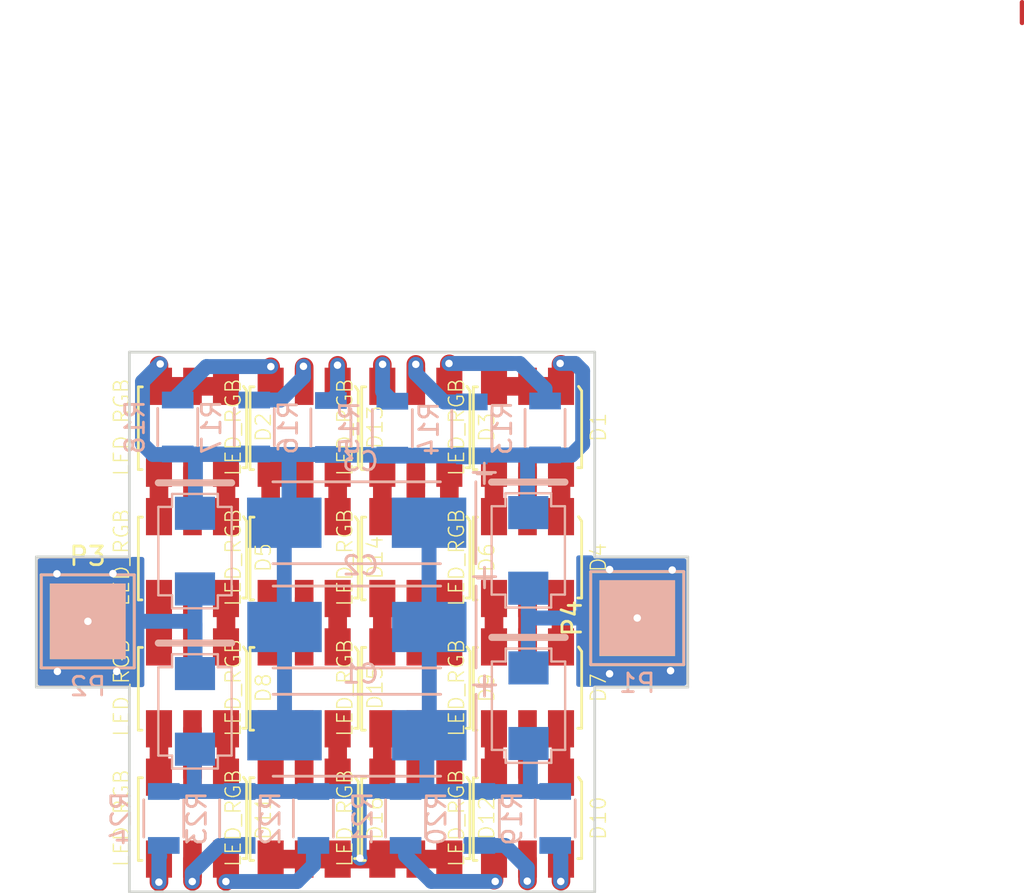
<source format=kicad_pcb>
(kicad_pcb (version 4) (host pcbnew 0.201512031508+6343~38~ubuntu14.04.1-stable)

  (general
    (links 86)
    (no_connects 0)
    (area 137.439319 84.674639 172.589321 113.824641)
    (thickness 1.6)
    (drawings 12)
    (tracks 240)
    (zones 0)
    (modules 39)
    (nets 53)
  )

  (page A4)
  (layers
    (0 F.Cu signal)
    (31 B.Cu signal)
    (32 B.Adhes user)
    (33 F.Adhes user hide)
    (34 B.Paste user hide)
    (35 F.Paste user hide)
    (36 B.SilkS user)
    (37 F.SilkS user hide)
    (38 B.Mask user)
    (39 F.Mask user hide)
    (40 Dwgs.User user)
    (41 Cmts.User user)
    (42 Eco1.User user)
    (43 Eco2.User user)
    (44 Edge.Cuts user)
    (45 Margin user)
    (46 B.CrtYd user)
    (47 F.CrtYd user)
    (48 B.Fab user)
    (49 F.Fab user)
  )

  (setup
    (last_trace_width 0.8)
    (trace_clearance 0.2)
    (zone_clearance 0)
    (zone_45_only yes)
    (trace_min 0.2)
    (segment_width 0.2)
    (edge_width 0.15)
    (via_size 0.6)
    (via_drill 0.4)
    (via_min_size 0.4)
    (via_min_drill 0.3)
    (uvia_size 0.3)
    (uvia_drill 0.1)
    (uvias_allowed no)
    (uvia_min_size 0.2)
    (uvia_min_drill 0.1)
    (pcb_text_width 0.3)
    (pcb_text_size 1.5 1.5)
    (mod_edge_width 0.15)
    (mod_text_size 1 1)
    (mod_text_width 0.15)
    (pad_size 4.064 4.064)
    (pad_drill 0)
    (pad_to_mask_clearance 0.2)
    (aux_axis_origin 0 0)
    (visible_elements FFFFFF1F)
    (pcbplotparams
      (layerselection 0x00030_80000001)
      (usegerberextensions false)
      (excludeedgelayer true)
      (linewidth 1.000000)
      (plotframeref false)
      (viasonmask false)
      (mode 1)
      (useauxorigin false)
      (hpglpennumber 1)
      (hpglpenspeed 20)
      (hpglpendiameter 15)
      (hpglpenoverlay 2)
      (psnegative false)
      (psa4output false)
      (plotreference true)
      (plotvalue true)
      (plotinvisibletext false)
      (padsonsilk false)
      (subtractmaskfromsilk false)
      (outputformat 1)
      (mirror false)
      (drillshape 1)
      (scaleselection 1)
      (outputdirectory ""))
  )

  (net 0 "")
  (net 1 "Net-(D10-Pad6)")
  (net 2 "Net-(D10-Pad5)")
  (net 3 "Net-(D10-Pad4)")
  (net 4 "Net-(D11-Pad6)")
  (net 5 "Net-(D11-Pad5)")
  (net 6 "Net-(D11-Pad4)")
  (net 7 "Net-(D3-Pad1)")
  (net 8 "Net-(D3-Pad2)")
  (net 9 "Net-(D3-Pad3)")
  (net 10 "Net-(D13-Pad1)")
  (net 11 "Net-(D13-Pad2)")
  (net 12 "Net-(D13-Pad3)")
  (net 13 "Net-(D1-Pad6)")
  (net 14 "Net-(D1-Pad5)")
  (net 15 "Net-(D1-Pad4)")
  (net 16 "Net-(D2-Pad6)")
  (net 17 "Net-(D2-Pad5)")
  (net 18 "Net-(D2-Pad4)")
  (net 19 "Net-(D3-Pad6)")
  (net 20 "Net-(D3-Pad5)")
  (net 21 "Net-(D3-Pad4)")
  (net 22 "Net-(D4-Pad6)")
  (net 23 "Net-(D4-Pad5)")
  (net 24 "Net-(D4-Pad4)")
  (net 25 "Net-(D5-Pad6)")
  (net 26 "Net-(D5-Pad5)")
  (net 27 "Net-(D5-Pad4)")
  (net 28 "Net-(D6-Pad6)")
  (net 29 "Net-(D6-Pad5)")
  (net 30 "Net-(D6-Pad4)")
  (net 31 "Net-(D10-Pad1)")
  (net 32 "Net-(D10-Pad2)")
  (net 33 "Net-(D10-Pad3)")
  (net 34 "Net-(D11-Pad1)")
  (net 35 "Net-(D11-Pad2)")
  (net 36 "Net-(D11-Pad3)")
  (net 37 "Net-(D12-Pad1)")
  (net 38 "Net-(D12-Pad2)")
  (net 39 "Net-(D12-Pad3)")
  (net 40 "Net-(D13-Pad6)")
  (net 41 "Net-(D13-Pad5)")
  (net 42 "Net-(D13-Pad4)")
  (net 43 "Net-(D14-Pad6)")
  (net 44 "Net-(D14-Pad5)")
  (net 45 "Net-(D14-Pad4)")
  (net 46 "Net-(D15-Pad6)")
  (net 47 "Net-(D15-Pad5)")
  (net 48 "Net-(D15-Pad4)")
  (net 49 /MINUS)
  (net 50 /PLUS)
  (net 51 /IN1)
  (net 52 /IN2)

  (net_class Default "This is the default net class."
    (clearance 0.2)
    (trace_width 0.8)
    (via_dia 0.6)
    (via_drill 0.4)
    (uvia_dia 0.3)
    (uvia_drill 0.1)
    (add_net /IN1)
    (add_net /IN2)
    (add_net /MINUS)
    (add_net /PLUS)
    (add_net "Net-(D1-Pad4)")
    (add_net "Net-(D1-Pad5)")
    (add_net "Net-(D1-Pad6)")
    (add_net "Net-(D10-Pad1)")
    (add_net "Net-(D10-Pad2)")
    (add_net "Net-(D10-Pad3)")
    (add_net "Net-(D10-Pad4)")
    (add_net "Net-(D10-Pad5)")
    (add_net "Net-(D10-Pad6)")
    (add_net "Net-(D11-Pad1)")
    (add_net "Net-(D11-Pad2)")
    (add_net "Net-(D11-Pad3)")
    (add_net "Net-(D11-Pad4)")
    (add_net "Net-(D11-Pad5)")
    (add_net "Net-(D11-Pad6)")
    (add_net "Net-(D12-Pad1)")
    (add_net "Net-(D12-Pad2)")
    (add_net "Net-(D12-Pad3)")
    (add_net "Net-(D13-Pad1)")
    (add_net "Net-(D13-Pad2)")
    (add_net "Net-(D13-Pad3)")
    (add_net "Net-(D13-Pad4)")
    (add_net "Net-(D13-Pad5)")
    (add_net "Net-(D13-Pad6)")
    (add_net "Net-(D14-Pad4)")
    (add_net "Net-(D14-Pad5)")
    (add_net "Net-(D14-Pad6)")
    (add_net "Net-(D15-Pad4)")
    (add_net "Net-(D15-Pad5)")
    (add_net "Net-(D15-Pad6)")
    (add_net "Net-(D2-Pad4)")
    (add_net "Net-(D2-Pad5)")
    (add_net "Net-(D2-Pad6)")
    (add_net "Net-(D3-Pad1)")
    (add_net "Net-(D3-Pad2)")
    (add_net "Net-(D3-Pad3)")
    (add_net "Net-(D3-Pad4)")
    (add_net "Net-(D3-Pad5)")
    (add_net "Net-(D3-Pad6)")
    (add_net "Net-(D4-Pad4)")
    (add_net "Net-(D4-Pad5)")
    (add_net "Net-(D4-Pad6)")
    (add_net "Net-(D5-Pad4)")
    (add_net "Net-(D5-Pad5)")
    (add_net "Net-(D5-Pad6)")
    (add_net "Net-(D6-Pad4)")
    (add_net "Net-(D6-Pad5)")
    (add_net "Net-(D6-Pad6)")
  )

  (module my_modules:5050_LED (layer F.Cu) (tedit 5654208F) (tstamp 5652DEB9)
    (at 145.90348 95.7874 270)
    (path /5652E9B3)
    (fp_text reference D5 (at 0 -3.81 270) (layer F.SilkS)
      (effects (font (size 0.8128 0.8128) (thickness 0.0762)))
    )
    (fp_text value LED_RGB (at 0 3.81 270) (layer F.SilkS)
      (effects (font (size 0.8128 0.8128) (thickness 0.0762)))
    )
    (fp_line (start -2.1717 2.6924) (end -2.1717 2.9083) (layer F.SilkS) (width 0.15))
    (fp_line (start -2.1717 2.9083) (end 2.2733 2.9083) (layer F.SilkS) (width 0.15))
    (fp_line (start 2.2733 2.9083) (end 2.2733 2.7178) (layer F.SilkS) (width 0.15))
    (fp_line (start -2.1971 -2.7432) (end -1.9558 -2.9083) (layer F.SilkS) (width 0.15))
    (fp_line (start -1.9558 -2.9083) (end 2.1717 -2.9083) (layer F.SilkS) (width 0.15))
    (fp_line (start 2.1717 -2.9083) (end 2.1717 -2.7051) (layer F.SilkS) (width 0.15))
    (pad 4 smd rect (at 2.2 1.8 270) (size 2 1.4) (layers F.Cu F.Paste F.Mask)
      (net 27 "Net-(D5-Pad4)"))
    (pad 5 smd rect (at 2.2 0 270) (size 2 1) (layers F.Cu F.Paste F.Mask)
      (net 26 "Net-(D5-Pad5)"))
    (pad 6 smd rect (at 2.2 -1.8 270) (size 2 1.4) (layers F.Cu F.Paste F.Mask)
      (net 25 "Net-(D5-Pad6)"))
    (pad 1 smd rect (at -2.2 -1.8 270) (size 2 1.4) (layers F.Cu F.Paste F.Mask)
      (net 16 "Net-(D2-Pad6)"))
    (pad 2 smd rect (at -2.2 0 270) (size 2 1) (layers F.Cu F.Paste F.Mask)
      (net 17 "Net-(D2-Pad5)"))
    (pad 3 smd rect (at -2.2 1.8 270) (size 2 1.4) (layers F.Cu F.Paste F.Mask)
      (net 18 "Net-(D2-Pad4)"))
    (model /home/nail/src/kicad/KiCad/3d_models/ab2_passive/AB2_PLCC6_LED.wrl
      (at (xyz 0 0 0))
      (scale (xyz 0.35 0.35 0.35))
      (rotate (xyz 0 0 0))
    )
  )

  (module SMD_Packages:1Pin (layer B.Cu) (tedit 5654453B) (tstamp 5652DF39)
    (at 169.799 99.0346)
    (descr "module 1 pin (ou trou mecanique de percage)")
    (tags DEV)
    (path /5652FEAD)
    (fp_text reference P1 (at 0 3.50012) (layer B.SilkS)
      (effects (font (size 1 1) (thickness 0.15)) (justify mirror))
    )
    (fp_text value CONN_01X01 (at 0.24892 -3.74904) (layer B.Fab)
      (effects (font (size 1 1) (thickness 0.15)) (justify mirror))
    )
    (fp_line (start -2.49936 2.49936) (end 2.49936 2.49936) (layer B.SilkS) (width 0.15))
    (fp_line (start 2.49936 2.49936) (end 2.49936 -2.49936) (layer B.SilkS) (width 0.15))
    (fp_line (start 2.49936 -2.49936) (end -2.49936 -2.49936) (layer B.SilkS) (width 0.15))
    (fp_line (start -2.49936 -2.49936) (end -2.49936 2.49936) (layer B.SilkS) (width 0.15))
    (pad 1 smd rect (at 0 0) (size 4.064 4.064) (layers B.Cu B.Paste B.SilkS B.Mask)
      (net 52 /IN2) (zone_connect 2))
  )

  (module SMD_Packages:1Pin (layer B.Cu) (tedit 0) (tstamp 5652DF42)
    (at 140.2842 99.2124)
    (descr "module 1 pin (ou trou mecanique de percage)")
    (tags DEV)
    (path /5652FFE0)
    (fp_text reference P2 (at 0 3.50012) (layer B.SilkS)
      (effects (font (size 1 1) (thickness 0.15)) (justify mirror))
    )
    (fp_text value CONN_01X01 (at 0.24892 -3.74904) (layer B.Fab)
      (effects (font (size 1 1) (thickness 0.15)) (justify mirror))
    )
    (fp_line (start -2.49936 2.49936) (end 2.49936 2.49936) (layer B.SilkS) (width 0.15))
    (fp_line (start 2.49936 2.49936) (end 2.49936 -2.49936) (layer B.SilkS) (width 0.15))
    (fp_line (start 2.49936 -2.49936) (end -2.49936 -2.49936) (layer B.SilkS) (width 0.15))
    (fp_line (start -2.49936 -2.49936) (end -2.49936 2.49936) (layer B.SilkS) (width 0.15))
    (pad 1 smd rect (at 0 0) (size 4.064 4.064) (layers B.Cu B.Paste B.SilkS B.Mask)
      (net 51 /IN1))
  )

  (module my_modules:5050_LED (layer F.Cu) (tedit 5654208F) (tstamp 5652DE75)
    (at 163.90348 88.7874 270)
    (path /5652E287)
    (fp_text reference D1 (at 0 -3.81 270) (layer F.SilkS)
      (effects (font (size 0.8128 0.8128) (thickness 0.0762)))
    )
    (fp_text value LED_RGB (at 0 3.81 270) (layer F.SilkS)
      (effects (font (size 0.8128 0.8128) (thickness 0.0762)))
    )
    (fp_line (start -2.1717 2.6924) (end -2.1717 2.9083) (layer F.SilkS) (width 0.15))
    (fp_line (start -2.1717 2.9083) (end 2.2733 2.9083) (layer F.SilkS) (width 0.15))
    (fp_line (start 2.2733 2.9083) (end 2.2733 2.7178) (layer F.SilkS) (width 0.15))
    (fp_line (start -2.1971 -2.7432) (end -1.9558 -2.9083) (layer F.SilkS) (width 0.15))
    (fp_line (start -1.9558 -2.9083) (end 2.1717 -2.9083) (layer F.SilkS) (width 0.15))
    (fp_line (start 2.1717 -2.9083) (end 2.1717 -2.7051) (layer F.SilkS) (width 0.15))
    (pad 4 smd rect (at 2.2 1.8 270) (size 2 1.4) (layers F.Cu F.Paste F.Mask)
      (net 15 "Net-(D1-Pad4)"))
    (pad 5 smd rect (at 2.2 0 270) (size 2 1) (layers F.Cu F.Paste F.Mask)
      (net 14 "Net-(D1-Pad5)"))
    (pad 6 smd rect (at 2.2 -1.8 270) (size 2 1.4) (layers F.Cu F.Paste F.Mask)
      (net 13 "Net-(D1-Pad6)"))
    (pad 1 smd rect (at -2.2 -1.8 270) (size 2 1.4) (layers F.Cu F.Paste F.Mask)
      (net 49 /MINUS))
    (pad 2 smd rect (at -2.2 0 270) (size 2 1) (layers F.Cu F.Paste F.Mask)
      (net 49 /MINUS))
    (pad 3 smd rect (at -2.2 1.8 270) (size 2 1.4) (layers F.Cu F.Paste F.Mask)
      (net 49 /MINUS))
    (model /home/nail/src/kicad/KiCad/3d_models/ab2_passive/AB2_PLCC6_LED.wrl
      (at (xyz 0 0 0))
      (scale (xyz 0.35 0.35 0.35))
      (rotate (xyz 0 0 0))
    )
  )

  (module my_modules:5050_LED (layer F.Cu) (tedit 5654208F) (tstamp 5652DE86)
    (at 145.90348 88.7874 270)
    (path /5652E9B9)
    (fp_text reference D2 (at 0 -3.81 270) (layer F.SilkS)
      (effects (font (size 0.8128 0.8128) (thickness 0.0762)))
    )
    (fp_text value LED_RGB (at 0 3.81 270) (layer F.SilkS)
      (effects (font (size 0.8128 0.8128) (thickness 0.0762)))
    )
    (fp_line (start -2.1717 2.6924) (end -2.1717 2.9083) (layer F.SilkS) (width 0.15))
    (fp_line (start -2.1717 2.9083) (end 2.2733 2.9083) (layer F.SilkS) (width 0.15))
    (fp_line (start 2.2733 2.9083) (end 2.2733 2.7178) (layer F.SilkS) (width 0.15))
    (fp_line (start -2.1971 -2.7432) (end -1.9558 -2.9083) (layer F.SilkS) (width 0.15))
    (fp_line (start -1.9558 -2.9083) (end 2.1717 -2.9083) (layer F.SilkS) (width 0.15))
    (fp_line (start 2.1717 -2.9083) (end 2.1717 -2.7051) (layer F.SilkS) (width 0.15))
    (pad 4 smd rect (at 2.2 1.8 270) (size 2 1.4) (layers F.Cu F.Paste F.Mask)
      (net 18 "Net-(D2-Pad4)"))
    (pad 5 smd rect (at 2.2 0 270) (size 2 1) (layers F.Cu F.Paste F.Mask)
      (net 17 "Net-(D2-Pad5)"))
    (pad 6 smd rect (at 2.2 -1.8 270) (size 2 1.4) (layers F.Cu F.Paste F.Mask)
      (net 16 "Net-(D2-Pad6)"))
    (pad 1 smd rect (at -2.2 -1.8 270) (size 2 1.4) (layers F.Cu F.Paste F.Mask)
      (net 49 /MINUS))
    (pad 2 smd rect (at -2.2 0 270) (size 2 1) (layers F.Cu F.Paste F.Mask)
      (net 49 /MINUS))
    (pad 3 smd rect (at -2.2 1.8 270) (size 2 1.4) (layers F.Cu F.Paste F.Mask)
      (net 49 /MINUS))
    (model /home/nail/src/kicad/KiCad/3d_models/ab2_passive/AB2_PLCC6_LED.wrl
      (at (xyz 0 0 0))
      (scale (xyz 0.35 0.35 0.35))
      (rotate (xyz 0 0 0))
    )
  )

  (module my_modules:5050_LED (layer F.Cu) (tedit 5654208F) (tstamp 5652DE97)
    (at 157.90348 88.7874 270)
    (path /5652EBD2)
    (fp_text reference D3 (at 0 -3.81 270) (layer F.SilkS)
      (effects (font (size 0.8128 0.8128) (thickness 0.0762)))
    )
    (fp_text value LED_RGB (at 0 3.81 270) (layer F.SilkS)
      (effects (font (size 0.8128 0.8128) (thickness 0.0762)))
    )
    (fp_line (start -2.1717 2.6924) (end -2.1717 2.9083) (layer F.SilkS) (width 0.15))
    (fp_line (start -2.1717 2.9083) (end 2.2733 2.9083) (layer F.SilkS) (width 0.15))
    (fp_line (start 2.2733 2.9083) (end 2.2733 2.7178) (layer F.SilkS) (width 0.15))
    (fp_line (start -2.1971 -2.7432) (end -1.9558 -2.9083) (layer F.SilkS) (width 0.15))
    (fp_line (start -1.9558 -2.9083) (end 2.1717 -2.9083) (layer F.SilkS) (width 0.15))
    (fp_line (start 2.1717 -2.9083) (end 2.1717 -2.7051) (layer F.SilkS) (width 0.15))
    (pad 4 smd rect (at 2.2 1.8 270) (size 2 1.4) (layers F.Cu F.Paste F.Mask)
      (net 21 "Net-(D3-Pad4)"))
    (pad 5 smd rect (at 2.2 0 270) (size 2 1) (layers F.Cu F.Paste F.Mask)
      (net 20 "Net-(D3-Pad5)"))
    (pad 6 smd rect (at 2.2 -1.8 270) (size 2 1.4) (layers F.Cu F.Paste F.Mask)
      (net 19 "Net-(D3-Pad6)"))
    (pad 1 smd rect (at -2.2 -1.8 270) (size 2 1.4) (layers F.Cu F.Paste F.Mask)
      (net 7 "Net-(D3-Pad1)"))
    (pad 2 smd rect (at -2.2 0 270) (size 2 1) (layers F.Cu F.Paste F.Mask)
      (net 8 "Net-(D3-Pad2)"))
    (pad 3 smd rect (at -2.2 1.8 270) (size 2 1.4) (layers F.Cu F.Paste F.Mask)
      (net 9 "Net-(D3-Pad3)"))
    (model /home/nail/src/kicad/KiCad/3d_models/ab2_passive/AB2_PLCC6_LED.wrl
      (at (xyz 0 0 0))
      (scale (xyz 0.35 0.35 0.35))
      (rotate (xyz 0 0 0))
    )
  )

  (module my_modules:5050_LED (layer F.Cu) (tedit 5654208F) (tstamp 5652E4B9)
    (at 151.90348 88.7874 270)
    (path /56530BB1)
    (fp_text reference D13 (at 0 -3.81 270) (layer F.SilkS)
      (effects (font (size 0.8128 0.8128) (thickness 0.0762)))
    )
    (fp_text value LED_RGB (at 0 3.81 270) (layer F.SilkS)
      (effects (font (size 0.8128 0.8128) (thickness 0.0762)))
    )
    (fp_line (start -2.1717 2.6924) (end -2.1717 2.9083) (layer F.SilkS) (width 0.15))
    (fp_line (start -2.1717 2.9083) (end 2.2733 2.9083) (layer F.SilkS) (width 0.15))
    (fp_line (start 2.2733 2.9083) (end 2.2733 2.7178) (layer F.SilkS) (width 0.15))
    (fp_line (start -2.1971 -2.7432) (end -1.9558 -2.9083) (layer F.SilkS) (width 0.15))
    (fp_line (start -1.9558 -2.9083) (end 2.1717 -2.9083) (layer F.SilkS) (width 0.15))
    (fp_line (start 2.1717 -2.9083) (end 2.1717 -2.7051) (layer F.SilkS) (width 0.15))
    (pad 4 smd rect (at 2.2 1.8 270) (size 2 1.4) (layers F.Cu F.Paste F.Mask)
      (net 42 "Net-(D13-Pad4)"))
    (pad 5 smd rect (at 2.2 0 270) (size 2 1) (layers F.Cu F.Paste F.Mask)
      (net 41 "Net-(D13-Pad5)"))
    (pad 6 smd rect (at 2.2 -1.8 270) (size 2 1.4) (layers F.Cu F.Paste F.Mask)
      (net 40 "Net-(D13-Pad6)"))
    (pad 1 smd rect (at -2.2 -1.8 270) (size 2 1.4) (layers F.Cu F.Paste F.Mask)
      (net 10 "Net-(D13-Pad1)"))
    (pad 2 smd rect (at -2.2 0 270) (size 2 1) (layers F.Cu F.Paste F.Mask)
      (net 11 "Net-(D13-Pad2)"))
    (pad 3 smd rect (at -2.2 1.8 270) (size 2 1.4) (layers F.Cu F.Paste F.Mask)
      (net 12 "Net-(D13-Pad3)"))
    (model /home/nail/src/kicad/KiCad/3d_models/ab2_passive/AB2_PLCC6_LED.wrl
      (at (xyz 0 0 0))
      (scale (xyz 0.35 0.35 0.35))
      (rotate (xyz 0 0 0))
    )
  )

  (module my_modules:5050_LED (layer F.Cu) (tedit 5654208F) (tstamp 5652DEA8)
    (at 163.90348 95.7874 270)
    (path /5652E253)
    (fp_text reference D4 (at 0 -3.81 270) (layer F.SilkS)
      (effects (font (size 0.8128 0.8128) (thickness 0.0762)))
    )
    (fp_text value LED_RGB (at 0 3.81 270) (layer F.SilkS)
      (effects (font (size 0.8128 0.8128) (thickness 0.0762)))
    )
    (fp_line (start -2.1717 2.6924) (end -2.1717 2.9083) (layer F.SilkS) (width 0.15))
    (fp_line (start -2.1717 2.9083) (end 2.2733 2.9083) (layer F.SilkS) (width 0.15))
    (fp_line (start 2.2733 2.9083) (end 2.2733 2.7178) (layer F.SilkS) (width 0.15))
    (fp_line (start -2.1971 -2.7432) (end -1.9558 -2.9083) (layer F.SilkS) (width 0.15))
    (fp_line (start -1.9558 -2.9083) (end 2.1717 -2.9083) (layer F.SilkS) (width 0.15))
    (fp_line (start 2.1717 -2.9083) (end 2.1717 -2.7051) (layer F.SilkS) (width 0.15))
    (pad 4 smd rect (at 2.2 1.8 270) (size 2 1.4) (layers F.Cu F.Paste F.Mask)
      (net 24 "Net-(D4-Pad4)"))
    (pad 5 smd rect (at 2.2 0 270) (size 2 1) (layers F.Cu F.Paste F.Mask)
      (net 23 "Net-(D4-Pad5)"))
    (pad 6 smd rect (at 2.2 -1.8 270) (size 2 1.4) (layers F.Cu F.Paste F.Mask)
      (net 22 "Net-(D4-Pad6)"))
    (pad 1 smd rect (at -2.2 -1.8 270) (size 2 1.4) (layers F.Cu F.Paste F.Mask)
      (net 13 "Net-(D1-Pad6)"))
    (pad 2 smd rect (at -2.2 0 270) (size 2 1) (layers F.Cu F.Paste F.Mask)
      (net 14 "Net-(D1-Pad5)"))
    (pad 3 smd rect (at -2.2 1.8 270) (size 2 1.4) (layers F.Cu F.Paste F.Mask)
      (net 15 "Net-(D1-Pad4)"))
    (model /home/nail/src/kicad/KiCad/3d_models/ab2_passive/AB2_PLCC6_LED.wrl
      (at (xyz 0 0 0))
      (scale (xyz 0.35 0.35 0.35))
      (rotate (xyz 0 0 0))
    )
  )

  (module my_modules:5050_LED (layer F.Cu) (tedit 5654208F) (tstamp 5652DECA)
    (at 157.90348 95.7874 270)
    (path /5652EBCC)
    (fp_text reference D6 (at 0 -3.81 270) (layer F.SilkS)
      (effects (font (size 0.8128 0.8128) (thickness 0.0762)))
    )
    (fp_text value LED_RGB (at 0 3.81 270) (layer F.SilkS)
      (effects (font (size 0.8128 0.8128) (thickness 0.0762)))
    )
    (fp_line (start -2.1717 2.6924) (end -2.1717 2.9083) (layer F.SilkS) (width 0.15))
    (fp_line (start -2.1717 2.9083) (end 2.2733 2.9083) (layer F.SilkS) (width 0.15))
    (fp_line (start 2.2733 2.9083) (end 2.2733 2.7178) (layer F.SilkS) (width 0.15))
    (fp_line (start -2.1971 -2.7432) (end -1.9558 -2.9083) (layer F.SilkS) (width 0.15))
    (fp_line (start -1.9558 -2.9083) (end 2.1717 -2.9083) (layer F.SilkS) (width 0.15))
    (fp_line (start 2.1717 -2.9083) (end 2.1717 -2.7051) (layer F.SilkS) (width 0.15))
    (pad 4 smd rect (at 2.2 1.8 270) (size 2 1.4) (layers F.Cu F.Paste F.Mask)
      (net 30 "Net-(D6-Pad4)"))
    (pad 5 smd rect (at 2.2 0 270) (size 2 1) (layers F.Cu F.Paste F.Mask)
      (net 29 "Net-(D6-Pad5)"))
    (pad 6 smd rect (at 2.2 -1.8 270) (size 2 1.4) (layers F.Cu F.Paste F.Mask)
      (net 28 "Net-(D6-Pad6)"))
    (pad 1 smd rect (at -2.2 -1.8 270) (size 2 1.4) (layers F.Cu F.Paste F.Mask)
      (net 19 "Net-(D3-Pad6)"))
    (pad 2 smd rect (at -2.2 0 270) (size 2 1) (layers F.Cu F.Paste F.Mask)
      (net 20 "Net-(D3-Pad5)"))
    (pad 3 smd rect (at -2.2 1.8 270) (size 2 1.4) (layers F.Cu F.Paste F.Mask)
      (net 21 "Net-(D3-Pad4)"))
    (model /home/nail/src/kicad/KiCad/3d_models/ab2_passive/AB2_PLCC6_LED.wrl
      (at (xyz 0 0 0))
      (scale (xyz 0.35 0.35 0.35))
      (rotate (xyz 0 0 0))
    )
  )

  (module my_modules:5050_LED (layer F.Cu) (tedit 5654208F) (tstamp 5652DEDB)
    (at 163.90348 102.7874 270)
    (path /5652E21C)
    (fp_text reference D7 (at 0 -3.81 270) (layer F.SilkS)
      (effects (font (size 0.8128 0.8128) (thickness 0.0762)))
    )
    (fp_text value LED_RGB (at 0 3.81 270) (layer F.SilkS)
      (effects (font (size 0.8128 0.8128) (thickness 0.0762)))
    )
    (fp_line (start -2.1717 2.6924) (end -2.1717 2.9083) (layer F.SilkS) (width 0.15))
    (fp_line (start -2.1717 2.9083) (end 2.2733 2.9083) (layer F.SilkS) (width 0.15))
    (fp_line (start 2.2733 2.9083) (end 2.2733 2.7178) (layer F.SilkS) (width 0.15))
    (fp_line (start -2.1971 -2.7432) (end -1.9558 -2.9083) (layer F.SilkS) (width 0.15))
    (fp_line (start -1.9558 -2.9083) (end 2.1717 -2.9083) (layer F.SilkS) (width 0.15))
    (fp_line (start 2.1717 -2.9083) (end 2.1717 -2.7051) (layer F.SilkS) (width 0.15))
    (pad 4 smd rect (at 2.2 1.8 270) (size 2 1.4) (layers F.Cu F.Paste F.Mask)
      (net 33 "Net-(D10-Pad3)"))
    (pad 5 smd rect (at 2.2 0 270) (size 2 1) (layers F.Cu F.Paste F.Mask)
      (net 32 "Net-(D10-Pad2)"))
    (pad 6 smd rect (at 2.2 -1.8 270) (size 2 1.4) (layers F.Cu F.Paste F.Mask)
      (net 31 "Net-(D10-Pad1)"))
    (pad 1 smd rect (at -2.2 -1.8 270) (size 2 1.4) (layers F.Cu F.Paste F.Mask)
      (net 22 "Net-(D4-Pad6)"))
    (pad 2 smd rect (at -2.2 0 270) (size 2 1) (layers F.Cu F.Paste F.Mask)
      (net 23 "Net-(D4-Pad5)"))
    (pad 3 smd rect (at -2.2 1.8 270) (size 2 1.4) (layers F.Cu F.Paste F.Mask)
      (net 24 "Net-(D4-Pad4)"))
    (model /home/nail/src/kicad/KiCad/3d_models/ab2_passive/AB2_PLCC6_LED.wrl
      (at (xyz 0 0 0))
      (scale (xyz 0.35 0.35 0.35))
      (rotate (xyz 0 0 0))
    )
  )

  (module my_modules:5050_LED (layer F.Cu) (tedit 5654208F) (tstamp 5652DEEC)
    (at 145.90348 102.7874 270)
    (path /5652E9AD)
    (fp_text reference D8 (at 0 -3.81 270) (layer F.SilkS)
      (effects (font (size 0.8128 0.8128) (thickness 0.0762)))
    )
    (fp_text value LED_RGB (at 0 3.81 270) (layer F.SilkS)
      (effects (font (size 0.8128 0.8128) (thickness 0.0762)))
    )
    (fp_line (start -2.1717 2.6924) (end -2.1717 2.9083) (layer F.SilkS) (width 0.15))
    (fp_line (start -2.1717 2.9083) (end 2.2733 2.9083) (layer F.SilkS) (width 0.15))
    (fp_line (start 2.2733 2.9083) (end 2.2733 2.7178) (layer F.SilkS) (width 0.15))
    (fp_line (start -2.1971 -2.7432) (end -1.9558 -2.9083) (layer F.SilkS) (width 0.15))
    (fp_line (start -1.9558 -2.9083) (end 2.1717 -2.9083) (layer F.SilkS) (width 0.15))
    (fp_line (start 2.1717 -2.9083) (end 2.1717 -2.7051) (layer F.SilkS) (width 0.15))
    (pad 4 smd rect (at 2.2 1.8 270) (size 2 1.4) (layers F.Cu F.Paste F.Mask)
      (net 36 "Net-(D11-Pad3)"))
    (pad 5 smd rect (at 2.2 0 270) (size 2 1) (layers F.Cu F.Paste F.Mask)
      (net 35 "Net-(D11-Pad2)"))
    (pad 6 smd rect (at 2.2 -1.8 270) (size 2 1.4) (layers F.Cu F.Paste F.Mask)
      (net 34 "Net-(D11-Pad1)"))
    (pad 1 smd rect (at -2.2 -1.8 270) (size 2 1.4) (layers F.Cu F.Paste F.Mask)
      (net 25 "Net-(D5-Pad6)"))
    (pad 2 smd rect (at -2.2 0 270) (size 2 1) (layers F.Cu F.Paste F.Mask)
      (net 26 "Net-(D5-Pad5)"))
    (pad 3 smd rect (at -2.2 1.8 270) (size 2 1.4) (layers F.Cu F.Paste F.Mask)
      (net 27 "Net-(D5-Pad4)"))
    (model /home/nail/src/kicad/KiCad/3d_models/ab2_passive/AB2_PLCC6_LED.wrl
      (at (xyz 0 0 0))
      (scale (xyz 0.35 0.35 0.35))
      (rotate (xyz 0 0 0))
    )
  )

  (module my_modules:5050_LED (layer F.Cu) (tedit 5654208F) (tstamp 5652DEFD)
    (at 157.90348 102.7874 270)
    (path /5652EBC6)
    (fp_text reference D9 (at 0 -3.81 270) (layer F.SilkS)
      (effects (font (size 0.8128 0.8128) (thickness 0.0762)))
    )
    (fp_text value LED_RGB (at 0 3.81 270) (layer F.SilkS)
      (effects (font (size 0.8128 0.8128) (thickness 0.0762)))
    )
    (fp_line (start -2.1717 2.6924) (end -2.1717 2.9083) (layer F.SilkS) (width 0.15))
    (fp_line (start -2.1717 2.9083) (end 2.2733 2.9083) (layer F.SilkS) (width 0.15))
    (fp_line (start 2.2733 2.9083) (end 2.2733 2.7178) (layer F.SilkS) (width 0.15))
    (fp_line (start -2.1971 -2.7432) (end -1.9558 -2.9083) (layer F.SilkS) (width 0.15))
    (fp_line (start -1.9558 -2.9083) (end 2.1717 -2.9083) (layer F.SilkS) (width 0.15))
    (fp_line (start 2.1717 -2.9083) (end 2.1717 -2.7051) (layer F.SilkS) (width 0.15))
    (pad 4 smd rect (at 2.2 1.8 270) (size 2 1.4) (layers F.Cu F.Paste F.Mask)
      (net 39 "Net-(D12-Pad3)"))
    (pad 5 smd rect (at 2.2 0 270) (size 2 1) (layers F.Cu F.Paste F.Mask)
      (net 38 "Net-(D12-Pad2)"))
    (pad 6 smd rect (at 2.2 -1.8 270) (size 2 1.4) (layers F.Cu F.Paste F.Mask)
      (net 37 "Net-(D12-Pad1)"))
    (pad 1 smd rect (at -2.2 -1.8 270) (size 2 1.4) (layers F.Cu F.Paste F.Mask)
      (net 28 "Net-(D6-Pad6)"))
    (pad 2 smd rect (at -2.2 0 270) (size 2 1) (layers F.Cu F.Paste F.Mask)
      (net 29 "Net-(D6-Pad5)"))
    (pad 3 smd rect (at -2.2 1.8 270) (size 2 1.4) (layers F.Cu F.Paste F.Mask)
      (net 30 "Net-(D6-Pad4)"))
    (model /home/nail/src/kicad/KiCad/3d_models/ab2_passive/AB2_PLCC6_LED.wrl
      (at (xyz 0 0 0))
      (scale (xyz 0.35 0.35 0.35))
      (rotate (xyz 0 0 0))
    )
  )

  (module my_modules:5050_LED (layer F.Cu) (tedit 5654208F) (tstamp 5652DF0E)
    (at 163.90348 109.7874 270)
    (path /5652DCB5)
    (fp_text reference D10 (at 0 -3.81 270) (layer F.SilkS)
      (effects (font (size 0.8128 0.8128) (thickness 0.0762)))
    )
    (fp_text value LED_RGB (at 0 3.81 270) (layer F.SilkS)
      (effects (font (size 0.8128 0.8128) (thickness 0.0762)))
    )
    (fp_line (start -2.1717 2.6924) (end -2.1717 2.9083) (layer F.SilkS) (width 0.15))
    (fp_line (start -2.1717 2.9083) (end 2.2733 2.9083) (layer F.SilkS) (width 0.15))
    (fp_line (start 2.2733 2.9083) (end 2.2733 2.7178) (layer F.SilkS) (width 0.15))
    (fp_line (start -2.1971 -2.7432) (end -1.9558 -2.9083) (layer F.SilkS) (width 0.15))
    (fp_line (start -1.9558 -2.9083) (end 2.1717 -2.9083) (layer F.SilkS) (width 0.15))
    (fp_line (start 2.1717 -2.9083) (end 2.1717 -2.7051) (layer F.SilkS) (width 0.15))
    (pad 4 smd rect (at 2.2 1.8 270) (size 2 1.4) (layers F.Cu F.Paste F.Mask)
      (net 3 "Net-(D10-Pad4)"))
    (pad 5 smd rect (at 2.2 0 270) (size 2 1) (layers F.Cu F.Paste F.Mask)
      (net 2 "Net-(D10-Pad5)"))
    (pad 6 smd rect (at 2.2 -1.8 270) (size 2 1.4) (layers F.Cu F.Paste F.Mask)
      (net 1 "Net-(D10-Pad6)"))
    (pad 1 smd rect (at -2.2 -1.8 270) (size 2 1.4) (layers F.Cu F.Paste F.Mask)
      (net 31 "Net-(D10-Pad1)"))
    (pad 2 smd rect (at -2.2 0 270) (size 2 1) (layers F.Cu F.Paste F.Mask)
      (net 32 "Net-(D10-Pad2)"))
    (pad 3 smd rect (at -2.2 1.8 270) (size 2 1.4) (layers F.Cu F.Paste F.Mask)
      (net 33 "Net-(D10-Pad3)"))
    (model /home/nail/src/kicad/KiCad/3d_models/ab2_passive/AB2_PLCC6_LED.wrl
      (at (xyz 0 0 0))
      (scale (xyz 0.35 0.35 0.35))
      (rotate (xyz 0 0 0))
    )
  )

  (module my_modules:5050_LED (layer F.Cu) (tedit 5654208F) (tstamp 5652DF1F)
    (at 145.90348 109.7874 270)
    (path /5652E995)
    (fp_text reference D11 (at 0 -3.81 270) (layer F.SilkS)
      (effects (font (size 0.8128 0.8128) (thickness 0.0762)))
    )
    (fp_text value LED_RGB (at 0 3.81 270) (layer F.SilkS)
      (effects (font (size 0.8128 0.8128) (thickness 0.0762)))
    )
    (fp_line (start -2.1717 2.6924) (end -2.1717 2.9083) (layer F.SilkS) (width 0.15))
    (fp_line (start -2.1717 2.9083) (end 2.2733 2.9083) (layer F.SilkS) (width 0.15))
    (fp_line (start 2.2733 2.9083) (end 2.2733 2.7178) (layer F.SilkS) (width 0.15))
    (fp_line (start -2.1971 -2.7432) (end -1.9558 -2.9083) (layer F.SilkS) (width 0.15))
    (fp_line (start -1.9558 -2.9083) (end 2.1717 -2.9083) (layer F.SilkS) (width 0.15))
    (fp_line (start 2.1717 -2.9083) (end 2.1717 -2.7051) (layer F.SilkS) (width 0.15))
    (pad 4 smd rect (at 2.2 1.8 270) (size 2 1.4) (layers F.Cu F.Paste F.Mask)
      (net 6 "Net-(D11-Pad4)"))
    (pad 5 smd rect (at 2.2 0 270) (size 2 1) (layers F.Cu F.Paste F.Mask)
      (net 5 "Net-(D11-Pad5)"))
    (pad 6 smd rect (at 2.2 -1.8 270) (size 2 1.4) (layers F.Cu F.Paste F.Mask)
      (net 4 "Net-(D11-Pad6)"))
    (pad 1 smd rect (at -2.2 -1.8 270) (size 2 1.4) (layers F.Cu F.Paste F.Mask)
      (net 34 "Net-(D11-Pad1)"))
    (pad 2 smd rect (at -2.2 0 270) (size 2 1) (layers F.Cu F.Paste F.Mask)
      (net 35 "Net-(D11-Pad2)"))
    (pad 3 smd rect (at -2.2 1.8 270) (size 2 1.4) (layers F.Cu F.Paste F.Mask)
      (net 36 "Net-(D11-Pad3)"))
    (model /home/nail/src/kicad/KiCad/3d_models/ab2_passive/AB2_PLCC6_LED.wrl
      (at (xyz 0 0 0))
      (scale (xyz 0.35 0.35 0.35))
      (rotate (xyz 0 0 0))
    )
  )

  (module my_modules:5050_LED (layer F.Cu) (tedit 5654208F) (tstamp 5652DF30)
    (at 157.90348 109.7874 270)
    (path /5652EBAE)
    (fp_text reference D12 (at 0 -3.81 270) (layer F.SilkS)
      (effects (font (size 0.8128 0.8128) (thickness 0.0762)))
    )
    (fp_text value LED_RGB (at 0 3.81 270) (layer F.SilkS)
      (effects (font (size 0.8128 0.8128) (thickness 0.0762)))
    )
    (fp_line (start -2.1717 2.6924) (end -2.1717 2.9083) (layer F.SilkS) (width 0.15))
    (fp_line (start -2.1717 2.9083) (end 2.2733 2.9083) (layer F.SilkS) (width 0.15))
    (fp_line (start 2.2733 2.9083) (end 2.2733 2.7178) (layer F.SilkS) (width 0.15))
    (fp_line (start -2.1971 -2.7432) (end -1.9558 -2.9083) (layer F.SilkS) (width 0.15))
    (fp_line (start -1.9558 -2.9083) (end 2.1717 -2.9083) (layer F.SilkS) (width 0.15))
    (fp_line (start 2.1717 -2.9083) (end 2.1717 -2.7051) (layer F.SilkS) (width 0.15))
    (pad 4 smd rect (at 2.2 1.8 270) (size 2 1.4) (layers F.Cu F.Paste F.Mask)
      (net 50 /PLUS))
    (pad 5 smd rect (at 2.2 0 270) (size 2 1) (layers F.Cu F.Paste F.Mask)
      (net 50 /PLUS))
    (pad 6 smd rect (at 2.2 -1.8 270) (size 2 1.4) (layers F.Cu F.Paste F.Mask)
      (net 50 /PLUS))
    (pad 1 smd rect (at -2.2 -1.8 270) (size 2 1.4) (layers F.Cu F.Paste F.Mask)
      (net 37 "Net-(D12-Pad1)"))
    (pad 2 smd rect (at -2.2 0 270) (size 2 1) (layers F.Cu F.Paste F.Mask)
      (net 38 "Net-(D12-Pad2)"))
    (pad 3 smd rect (at -2.2 1.8 270) (size 2 1.4) (layers F.Cu F.Paste F.Mask)
      (net 39 "Net-(D12-Pad3)"))
    (model /home/nail/src/kicad/KiCad/3d_models/ab2_passive/AB2_PLCC6_LED.wrl
      (at (xyz 0 0 0))
      (scale (xyz 0.35 0.35 0.35))
      (rotate (xyz 0 0 0))
    )
  )

  (module my_modules:5050_LED (layer F.Cu) (tedit 5654208F) (tstamp 5652E4CA)
    (at 151.90348 95.7874 270)
    (path /56530BAB)
    (fp_text reference D14 (at 0 -3.81 270) (layer F.SilkS)
      (effects (font (size 0.8128 0.8128) (thickness 0.0762)))
    )
    (fp_text value LED_RGB (at 0 3.81 270) (layer F.SilkS)
      (effects (font (size 0.8128 0.8128) (thickness 0.0762)))
    )
    (fp_line (start -2.1717 2.6924) (end -2.1717 2.9083) (layer F.SilkS) (width 0.15))
    (fp_line (start -2.1717 2.9083) (end 2.2733 2.9083) (layer F.SilkS) (width 0.15))
    (fp_line (start 2.2733 2.9083) (end 2.2733 2.7178) (layer F.SilkS) (width 0.15))
    (fp_line (start -2.1971 -2.7432) (end -1.9558 -2.9083) (layer F.SilkS) (width 0.15))
    (fp_line (start -1.9558 -2.9083) (end 2.1717 -2.9083) (layer F.SilkS) (width 0.15))
    (fp_line (start 2.1717 -2.9083) (end 2.1717 -2.7051) (layer F.SilkS) (width 0.15))
    (pad 4 smd rect (at 2.2 1.8 270) (size 2 1.4) (layers F.Cu F.Paste F.Mask)
      (net 45 "Net-(D14-Pad4)"))
    (pad 5 smd rect (at 2.2 0 270) (size 2 1) (layers F.Cu F.Paste F.Mask)
      (net 44 "Net-(D14-Pad5)"))
    (pad 6 smd rect (at 2.2 -1.8 270) (size 2 1.4) (layers F.Cu F.Paste F.Mask)
      (net 43 "Net-(D14-Pad6)"))
    (pad 1 smd rect (at -2.2 -1.8 270) (size 2 1.4) (layers F.Cu F.Paste F.Mask)
      (net 40 "Net-(D13-Pad6)"))
    (pad 2 smd rect (at -2.2 0 270) (size 2 1) (layers F.Cu F.Paste F.Mask)
      (net 41 "Net-(D13-Pad5)"))
    (pad 3 smd rect (at -2.2 1.8 270) (size 2 1.4) (layers F.Cu F.Paste F.Mask)
      (net 42 "Net-(D13-Pad4)"))
    (model /home/nail/src/kicad/KiCad/3d_models/ab2_passive/AB2_PLCC6_LED.wrl
      (at (xyz 0 0 0))
      (scale (xyz 0.35 0.35 0.35))
      (rotate (xyz 0 0 0))
    )
  )

  (module my_modules:5050_LED (layer F.Cu) (tedit 5654208F) (tstamp 5652E4DB)
    (at 151.90348 102.7874 270)
    (path /56530BA5)
    (fp_text reference D15 (at 0 -3.81 270) (layer F.SilkS)
      (effects (font (size 0.8128 0.8128) (thickness 0.0762)))
    )
    (fp_text value LED_RGB (at 0 3.81 270) (layer F.SilkS)
      (effects (font (size 0.8128 0.8128) (thickness 0.0762)))
    )
    (fp_line (start -2.1717 2.6924) (end -2.1717 2.9083) (layer F.SilkS) (width 0.15))
    (fp_line (start -2.1717 2.9083) (end 2.2733 2.9083) (layer F.SilkS) (width 0.15))
    (fp_line (start 2.2733 2.9083) (end 2.2733 2.7178) (layer F.SilkS) (width 0.15))
    (fp_line (start -2.1971 -2.7432) (end -1.9558 -2.9083) (layer F.SilkS) (width 0.15))
    (fp_line (start -1.9558 -2.9083) (end 2.1717 -2.9083) (layer F.SilkS) (width 0.15))
    (fp_line (start 2.1717 -2.9083) (end 2.1717 -2.7051) (layer F.SilkS) (width 0.15))
    (pad 4 smd rect (at 2.2 1.8 270) (size 2 1.4) (layers F.Cu F.Paste F.Mask)
      (net 48 "Net-(D15-Pad4)"))
    (pad 5 smd rect (at 2.2 0 270) (size 2 1) (layers F.Cu F.Paste F.Mask)
      (net 47 "Net-(D15-Pad5)"))
    (pad 6 smd rect (at 2.2 -1.8 270) (size 2 1.4) (layers F.Cu F.Paste F.Mask)
      (net 46 "Net-(D15-Pad6)"))
    (pad 1 smd rect (at -2.2 -1.8 270) (size 2 1.4) (layers F.Cu F.Paste F.Mask)
      (net 43 "Net-(D14-Pad6)"))
    (pad 2 smd rect (at -2.2 0 270) (size 2 1) (layers F.Cu F.Paste F.Mask)
      (net 44 "Net-(D14-Pad5)"))
    (pad 3 smd rect (at -2.2 1.8 270) (size 2 1.4) (layers F.Cu F.Paste F.Mask)
      (net 45 "Net-(D14-Pad4)"))
    (model /home/nail/src/kicad/KiCad/3d_models/ab2_passive/AB2_PLCC6_LED.wrl
      (at (xyz 0 0 0))
      (scale (xyz 0.35 0.35 0.35))
      (rotate (xyz 0 0 0))
    )
  )

  (module my_modules:5050_LED (layer F.Cu) (tedit 5654208F) (tstamp 5652E4EC)
    (at 151.90348 109.7874 270)
    (path /56530B8D)
    (fp_text reference D16 (at 0 -3.81 270) (layer F.SilkS)
      (effects (font (size 0.8128 0.8128) (thickness 0.0762)))
    )
    (fp_text value LED_RGB (at 0 3.81 270) (layer F.SilkS)
      (effects (font (size 0.8128 0.8128) (thickness 0.0762)))
    )
    (fp_line (start -2.1717 2.6924) (end -2.1717 2.9083) (layer F.SilkS) (width 0.15))
    (fp_line (start -2.1717 2.9083) (end 2.2733 2.9083) (layer F.SilkS) (width 0.15))
    (fp_line (start 2.2733 2.9083) (end 2.2733 2.7178) (layer F.SilkS) (width 0.15))
    (fp_line (start -2.1971 -2.7432) (end -1.9558 -2.9083) (layer F.SilkS) (width 0.15))
    (fp_line (start -1.9558 -2.9083) (end 2.1717 -2.9083) (layer F.SilkS) (width 0.15))
    (fp_line (start 2.1717 -2.9083) (end 2.1717 -2.7051) (layer F.SilkS) (width 0.15))
    (pad 4 smd rect (at 2.2 1.8 270) (size 2 1.4) (layers F.Cu F.Paste F.Mask)
      (net 50 /PLUS))
    (pad 5 smd rect (at 2.2 0 270) (size 2 1) (layers F.Cu F.Paste F.Mask)
      (net 50 /PLUS))
    (pad 6 smd rect (at 2.2 -1.8 270) (size 2 1.4) (layers F.Cu F.Paste F.Mask)
      (net 50 /PLUS))
    (pad 1 smd rect (at -2.2 -1.8 270) (size 2 1.4) (layers F.Cu F.Paste F.Mask)
      (net 46 "Net-(D15-Pad6)"))
    (pad 2 smd rect (at -2.2 0 270) (size 2 1) (layers F.Cu F.Paste F.Mask)
      (net 47 "Net-(D15-Pad5)"))
    (pad 3 smd rect (at -2.2 1.8 270) (size 2 1.4) (layers F.Cu F.Paste F.Mask)
      (net 48 "Net-(D15-Pad4)"))
    (model /home/nail/src/kicad/KiCad/3d_models/ab2_passive/AB2_PLCC6_LED.wrl
      (at (xyz 0 0 0))
      (scale (xyz 0.35 0.35 0.35))
      (rotate (xyz 0 0 0))
    )
  )

  (module do-214.mod:DO-214AA (layer B.Cu) (tedit 52D697A1) (tstamp 56544585)
    (at 163.9443 95.4024 270)
    (path /565489C7)
    (attr smd)
    (fp_text reference D21 (at 0 0.381 270) (layer Cmts.User)
      (effects (font (size 0.508 0.508) (thickness 0.1016)))
    )
    (fp_text value D (at 0 -0.381 270) (layer Cmts.User) hide
      (effects (font (size 0.508 0.508) (thickness 0.1016)))
    )
    (fp_line (start -2.3749 1.9685) (end 2.3749 1.9685) (layer B.SilkS) (width 0.127))
    (fp_line (start 2.3749 -1.9685) (end -2.3749 -1.9685) (layer B.SilkS) (width 0.127))
    (fp_line (start 3.07086 1.22936) (end 3.07086 -1.22936) (layer B.SilkS) (width 0.127))
    (fp_line (start -3.07086 -1.22936) (end -3.07086 1.22936) (layer B.SilkS) (width 0.127))
    (fp_line (start 2.3749 1.9685) (end 2.3749 1.22936) (layer B.SilkS) (width 0.127))
    (fp_line (start 2.3749 1.22936) (end 3.07086 1.22936) (layer B.SilkS) (width 0.127))
    (fp_line (start 3.07086 -1.22936) (end 2.3749 -1.22936) (layer B.SilkS) (width 0.127))
    (fp_line (start 2.3749 -1.22936) (end 2.3749 -1.9685) (layer B.SilkS) (width 0.127))
    (fp_line (start -3.07086 1.22936) (end -2.3749 1.22936) (layer B.SilkS) (width 0.127))
    (fp_line (start -2.3749 1.22936) (end -2.3749 1.9685) (layer B.SilkS) (width 0.127))
    (fp_line (start -2.3749 -1.9685) (end -2.3749 -1.22936) (layer B.SilkS) (width 0.127))
    (fp_line (start -2.3749 -1.22936) (end -3.07086 -1.22936) (layer B.SilkS) (width 0.127))
    (fp_line (start -3.6703 1.9685) (end -3.6703 -1.9685) (layer B.SilkS) (width 0.381))
    (pad 2 smd rect (at -2.032 0 270) (size 1.778 2.15646) (layers B.Cu B.Paste B.Mask)
      (net 49 /MINUS))
    (pad 1 smd rect (at 2.032 0 270) (size 1.778 2.15646) (layers B.Cu B.Paste B.Mask)
      (net 52 /IN2))
    (model SMD_Packages.3dshapes/DO-214-AA.wrl
      (at (xyz 0 0 0))
      (scale (xyz 1 1 1))
      (rotate (xyz 0 0 0))
    )
  )

  (module do-214.mod:DO-214AA (layer B.Cu) (tedit 52D697A1) (tstamp 56544579)
    (at 146.0373 95.4405 270)
    (path /5654878B)
    (attr smd)
    (fp_text reference D20 (at 0 0.381 270) (layer Cmts.User)
      (effects (font (size 0.508 0.508) (thickness 0.1016)))
    )
    (fp_text value D (at 0 -0.381 270) (layer Cmts.User) hide
      (effects (font (size 0.508 0.508) (thickness 0.1016)))
    )
    (fp_line (start -2.3749 1.9685) (end 2.3749 1.9685) (layer B.SilkS) (width 0.127))
    (fp_line (start 2.3749 -1.9685) (end -2.3749 -1.9685) (layer B.SilkS) (width 0.127))
    (fp_line (start 3.07086 1.22936) (end 3.07086 -1.22936) (layer B.SilkS) (width 0.127))
    (fp_line (start -3.07086 -1.22936) (end -3.07086 1.22936) (layer B.SilkS) (width 0.127))
    (fp_line (start 2.3749 1.9685) (end 2.3749 1.22936) (layer B.SilkS) (width 0.127))
    (fp_line (start 2.3749 1.22936) (end 3.07086 1.22936) (layer B.SilkS) (width 0.127))
    (fp_line (start 3.07086 -1.22936) (end 2.3749 -1.22936) (layer B.SilkS) (width 0.127))
    (fp_line (start 2.3749 -1.22936) (end 2.3749 -1.9685) (layer B.SilkS) (width 0.127))
    (fp_line (start -3.07086 1.22936) (end -2.3749 1.22936) (layer B.SilkS) (width 0.127))
    (fp_line (start -2.3749 1.22936) (end -2.3749 1.9685) (layer B.SilkS) (width 0.127))
    (fp_line (start -2.3749 -1.9685) (end -2.3749 -1.22936) (layer B.SilkS) (width 0.127))
    (fp_line (start -2.3749 -1.22936) (end -3.07086 -1.22936) (layer B.SilkS) (width 0.127))
    (fp_line (start -3.6703 1.9685) (end -3.6703 -1.9685) (layer B.SilkS) (width 0.381))
    (pad 2 smd rect (at -2.032 0 270) (size 1.778 2.15646) (layers B.Cu B.Paste B.Mask)
      (net 49 /MINUS))
    (pad 1 smd rect (at 2.032 0 270) (size 1.778 2.15646) (layers B.Cu B.Paste B.Mask)
      (net 51 /IN1))
    (model SMD_Packages.3dshapes/DO-214-AA.wrl
      (at (xyz 0 0 0))
      (scale (xyz 1 1 1))
      (rotate (xyz 0 0 0))
    )
  )

  (module do-214.mod:DO-214AA (layer B.Cu) (tedit 52D697A1) (tstamp 56544552)
    (at 163.957 103.7463 270)
    (path /56548A77)
    (attr smd)
    (fp_text reference D18 (at 0 0.381 270) (layer Cmts.User)
      (effects (font (size 0.508 0.508) (thickness 0.1016)))
    )
    (fp_text value D (at 0 -0.381 270) (layer Cmts.User) hide
      (effects (font (size 0.508 0.508) (thickness 0.1016)))
    )
    (fp_line (start -2.3749 1.9685) (end 2.3749 1.9685) (layer B.SilkS) (width 0.127))
    (fp_line (start 2.3749 -1.9685) (end -2.3749 -1.9685) (layer B.SilkS) (width 0.127))
    (fp_line (start 3.07086 1.22936) (end 3.07086 -1.22936) (layer B.SilkS) (width 0.127))
    (fp_line (start -3.07086 -1.22936) (end -3.07086 1.22936) (layer B.SilkS) (width 0.127))
    (fp_line (start 2.3749 1.9685) (end 2.3749 1.22936) (layer B.SilkS) (width 0.127))
    (fp_line (start 2.3749 1.22936) (end 3.07086 1.22936) (layer B.SilkS) (width 0.127))
    (fp_line (start 3.07086 -1.22936) (end 2.3749 -1.22936) (layer B.SilkS) (width 0.127))
    (fp_line (start 2.3749 -1.22936) (end 2.3749 -1.9685) (layer B.SilkS) (width 0.127))
    (fp_line (start -3.07086 1.22936) (end -2.3749 1.22936) (layer B.SilkS) (width 0.127))
    (fp_line (start -2.3749 1.22936) (end -2.3749 1.9685) (layer B.SilkS) (width 0.127))
    (fp_line (start -2.3749 -1.9685) (end -2.3749 -1.22936) (layer B.SilkS) (width 0.127))
    (fp_line (start -2.3749 -1.22936) (end -3.07086 -1.22936) (layer B.SilkS) (width 0.127))
    (fp_line (start -3.6703 1.9685) (end -3.6703 -1.9685) (layer B.SilkS) (width 0.381))
    (pad 2 smd rect (at -2.032 0 270) (size 1.778 2.15646) (layers B.Cu B.Paste B.Mask)
      (net 52 /IN2))
    (pad 1 smd rect (at 2.032 0 270) (size 1.778 2.15646) (layers B.Cu B.Paste B.Mask)
      (net 50 /PLUS))
    (model SMD_Packages.3dshapes/DO-214-AA.wrl
      (at (xyz 0 0 0))
      (scale (xyz 1 1 1))
      (rotate (xyz 0 0 0))
    )
  )

  (module do-214.mod:DO-214AA (layer B.Cu) (tedit 52D697A1) (tstamp 56544546)
    (at 146.0373 104.0511 270)
    (path /565488BC)
    (attr smd)
    (fp_text reference D17 (at 0 0.381 270) (layer Cmts.User)
      (effects (font (size 0.508 0.508) (thickness 0.1016)))
    )
    (fp_text value D (at 0 -0.381 270) (layer Cmts.User) hide
      (effects (font (size 0.508 0.508) (thickness 0.1016)))
    )
    (fp_line (start -2.3749 1.9685) (end 2.3749 1.9685) (layer B.SilkS) (width 0.127))
    (fp_line (start 2.3749 -1.9685) (end -2.3749 -1.9685) (layer B.SilkS) (width 0.127))
    (fp_line (start 3.07086 1.22936) (end 3.07086 -1.22936) (layer B.SilkS) (width 0.127))
    (fp_line (start -3.07086 -1.22936) (end -3.07086 1.22936) (layer B.SilkS) (width 0.127))
    (fp_line (start 2.3749 1.9685) (end 2.3749 1.22936) (layer B.SilkS) (width 0.127))
    (fp_line (start 2.3749 1.22936) (end 3.07086 1.22936) (layer B.SilkS) (width 0.127))
    (fp_line (start 3.07086 -1.22936) (end 2.3749 -1.22936) (layer B.SilkS) (width 0.127))
    (fp_line (start 2.3749 -1.22936) (end 2.3749 -1.9685) (layer B.SilkS) (width 0.127))
    (fp_line (start -3.07086 1.22936) (end -2.3749 1.22936) (layer B.SilkS) (width 0.127))
    (fp_line (start -2.3749 1.22936) (end -2.3749 1.9685) (layer B.SilkS) (width 0.127))
    (fp_line (start -2.3749 -1.9685) (end -2.3749 -1.22936) (layer B.SilkS) (width 0.127))
    (fp_line (start -2.3749 -1.22936) (end -3.07086 -1.22936) (layer B.SilkS) (width 0.127))
    (fp_line (start -3.6703 1.9685) (end -3.6703 -1.9685) (layer B.SilkS) (width 0.381))
    (pad 2 smd rect (at -2.032 0 270) (size 1.778 2.15646) (layers B.Cu B.Paste B.Mask)
      (net 51 /IN1))
    (pad 1 smd rect (at 2.032 0 270) (size 1.778 2.15646) (layers B.Cu B.Paste B.Mask)
      (net 50 /PLUS))
    (model SMD_Packages.3dshapes/DO-214-AA.wrl
      (at (xyz 0 0 0))
      (scale (xyz 1 1 1))
      (rotate (xyz 0 0 0))
    )
  )

  (module Capacitors_Tantalum_SMD:TantalC_SizeD_EIA-7343_HandSoldering (layer B.Cu) (tedit 0) (tstamp 56653C2B)
    (at 154.7368 105.3338 180)
    (descr "Tantal Cap. , Size D, EIA-7343, Hand Soldering,")
    (tags "Tantal Cap. , Size D, EIA-7343, Hand Soldering,")
    (path /56654E40)
    (attr smd)
    (fp_text reference C1 (at -0.20066 3.29946 180) (layer B.SilkS)
      (effects (font (size 1 1) (thickness 0.15)) (justify mirror))
    )
    (fp_text value 47u/16V (at -0.09906 -3.59918 180) (layer B.Fab)
      (effects (font (size 1 1) (thickness 0.15)) (justify mirror))
    )
    (fp_line (start -6.40334 2.19964) (end -6.40334 -2.19964) (layer B.SilkS) (width 0.15))
    (fp_line (start -4.50088 -2.19964) (end 4.50088 -2.19964) (layer B.SilkS) (width 0.15))
    (fp_line (start 4.50088 2.19964) (end -4.50088 2.19964) (layer B.SilkS) (width 0.15))
    (fp_text user + (at -6.85546 2.70002 180) (layer B.SilkS)
      (effects (font (size 1 1) (thickness 0.15)) (justify mirror))
    )
    (fp_line (start -6.858 3.20294) (end -6.858 2.10312) (layer B.SilkS) (width 0.15))
    (fp_line (start -7.45744 2.70256) (end -6.25856 2.70256) (layer B.SilkS) (width 0.15))
    (pad 2 smd rect (at 3.88874 0 180) (size 4.0005 2.70002) (layers B.Cu B.Paste B.Mask)
      (net 49 /MINUS))
    (pad 1 smd rect (at -3.88874 0 180) (size 4.0005 2.70002) (layers B.Cu B.Paste B.Mask)
      (net 50 /PLUS))
    (model Capacitors_Tantalum_SMD.3dshapes/TantalC_SizeD_EIA-7343_HandSoldering.wrl
      (at (xyz 0 0 0))
      (scale (xyz 1 1 1))
      (rotate (xyz 0 0 180))
    )
  )

  (module Capacitors_Tantalum_SMD:TantalC_SizeD_EIA-7343_HandSoldering (layer B.Cu) (tedit 0) (tstamp 56653C37)
    (at 154.7368 99.5172 180)
    (descr "Tantal Cap. , Size D, EIA-7343, Hand Soldering,")
    (tags "Tantal Cap. , Size D, EIA-7343, Hand Soldering,")
    (path /566552E6)
    (attr smd)
    (fp_text reference C2 (at -0.20066 3.29946 180) (layer B.SilkS)
      (effects (font (size 1 1) (thickness 0.15)) (justify mirror))
    )
    (fp_text value 47u/16V (at -0.09906 -3.59918 180) (layer B.Fab)
      (effects (font (size 1 1) (thickness 0.15)) (justify mirror))
    )
    (fp_line (start -6.40334 2.19964) (end -6.40334 -2.19964) (layer B.SilkS) (width 0.15))
    (fp_line (start -4.50088 -2.19964) (end 4.50088 -2.19964) (layer B.SilkS) (width 0.15))
    (fp_line (start 4.50088 2.19964) (end -4.50088 2.19964) (layer B.SilkS) (width 0.15))
    (fp_text user + (at -6.85546 2.70002 180) (layer B.SilkS)
      (effects (font (size 1 1) (thickness 0.15)) (justify mirror))
    )
    (fp_line (start -6.858 3.20294) (end -6.858 2.10312) (layer B.SilkS) (width 0.15))
    (fp_line (start -7.45744 2.70256) (end -6.25856 2.70256) (layer B.SilkS) (width 0.15))
    (pad 2 smd rect (at 3.88874 0 180) (size 4.0005 2.70002) (layers B.Cu B.Paste B.Mask)
      (net 49 /MINUS))
    (pad 1 smd rect (at -3.88874 0 180) (size 4.0005 2.70002) (layers B.Cu B.Paste B.Mask)
      (net 50 /PLUS))
    (model Capacitors_Tantalum_SMD.3dshapes/TantalC_SizeD_EIA-7343_HandSoldering.wrl
      (at (xyz 0 0 0))
      (scale (xyz 1 1 1))
      (rotate (xyz 0 0 180))
    )
  )

  (module Capacitors_Tantalum_SMD:TantalC_SizeD_EIA-7343_HandSoldering (layer B.Cu) (tedit 0) (tstamp 56653C43)
    (at 154.7241 93.9165 180)
    (descr "Tantal Cap. , Size D, EIA-7343, Hand Soldering,")
    (tags "Tantal Cap. , Size D, EIA-7343, Hand Soldering,")
    (path /566553F8)
    (attr smd)
    (fp_text reference C3 (at -0.20066 3.29946 180) (layer B.SilkS)
      (effects (font (size 1 1) (thickness 0.15)) (justify mirror))
    )
    (fp_text value 47u/16V (at -0.09906 -3.59918 180) (layer B.Fab)
      (effects (font (size 1 1) (thickness 0.15)) (justify mirror))
    )
    (fp_line (start -6.40334 2.19964) (end -6.40334 -2.19964) (layer B.SilkS) (width 0.15))
    (fp_line (start -4.50088 -2.19964) (end 4.50088 -2.19964) (layer B.SilkS) (width 0.15))
    (fp_line (start 4.50088 2.19964) (end -4.50088 2.19964) (layer B.SilkS) (width 0.15))
    (fp_text user + (at -6.85546 2.70002 180) (layer B.SilkS)
      (effects (font (size 1 1) (thickness 0.15)) (justify mirror))
    )
    (fp_line (start -6.858 3.20294) (end -6.858 2.10312) (layer B.SilkS) (width 0.15))
    (fp_line (start -7.45744 2.70256) (end -6.25856 2.70256) (layer B.SilkS) (width 0.15))
    (pad 2 smd rect (at 3.88874 0 180) (size 4.0005 2.70002) (layers B.Cu B.Paste B.Mask)
      (net 49 /MINUS))
    (pad 1 smd rect (at -3.88874 0 180) (size 4.0005 2.70002) (layers B.Cu B.Paste B.Mask)
      (net 50 /PLUS))
    (model Capacitors_Tantalum_SMD.3dshapes/TantalC_SizeD_EIA-7343_HandSoldering.wrl
      (at (xyz 0 0 0))
      (scale (xyz 1 1 1))
      (rotate (xyz 0 0 180))
    )
  )

  (module Resistors_SMD:R_1206 (layer B.Cu) (tedit 5415CFA7) (tstamp 56654073)
    (at 164.846 88.8238 270)
    (descr "Resistor SMD 1206, reflow soldering, Vishay (see dcrcw.pdf)")
    (tags "resistor 1206")
    (path /56549779)
    (attr smd)
    (fp_text reference R13 (at 0 2.3 270) (layer B.SilkS)
      (effects (font (size 1 1) (thickness 0.15)) (justify mirror))
    )
    (fp_text value 100 (at 0 -2.3 270) (layer B.Fab)
      (effects (font (size 1 1) (thickness 0.15)) (justify mirror))
    )
    (fp_line (start -2.2 1.2) (end 2.2 1.2) (layer B.CrtYd) (width 0.05))
    (fp_line (start -2.2 -1.2) (end 2.2 -1.2) (layer B.CrtYd) (width 0.05))
    (fp_line (start -2.2 1.2) (end -2.2 -1.2) (layer B.CrtYd) (width 0.05))
    (fp_line (start 2.2 1.2) (end 2.2 -1.2) (layer B.CrtYd) (width 0.05))
    (fp_line (start 1 -1.075) (end -1 -1.075) (layer B.SilkS) (width 0.15))
    (fp_line (start -1 1.075) (end 1 1.075) (layer B.SilkS) (width 0.15))
    (pad 1 smd rect (at -1.45 0 270) (size 0.9 1.7) (layers B.Cu B.Paste B.Mask)
      (net 7 "Net-(D3-Pad1)"))
    (pad 2 smd rect (at 1.45 0 270) (size 0.9 1.7) (layers B.Cu B.Paste B.Mask)
      (net 49 /MINUS))
    (model Resistors_SMD.3dshapes/R_1206.wrl
      (at (xyz 0 0 0))
      (scale (xyz 1 1 1))
      (rotate (xyz 0 0 0))
    )
  )

  (module Resistors_SMD:R_1206 (layer B.Cu) (tedit 5415CFA7) (tstamp 5665407E)
    (at 160.909 88.8746 270)
    (descr "Resistor SMD 1206, reflow soldering, Vishay (see dcrcw.pdf)")
    (tags "resistor 1206")
    (path /5654984D)
    (attr smd)
    (fp_text reference R14 (at 0 2.3 270) (layer B.SilkS)
      (effects (font (size 1 1) (thickness 0.15)) (justify mirror))
    )
    (fp_text value 100 (at 0 -2.3 270) (layer B.Fab)
      (effects (font (size 1 1) (thickness 0.15)) (justify mirror))
    )
    (fp_line (start -2.2 1.2) (end 2.2 1.2) (layer B.CrtYd) (width 0.05))
    (fp_line (start -2.2 -1.2) (end 2.2 -1.2) (layer B.CrtYd) (width 0.05))
    (fp_line (start -2.2 1.2) (end -2.2 -1.2) (layer B.CrtYd) (width 0.05))
    (fp_line (start 2.2 1.2) (end 2.2 -1.2) (layer B.CrtYd) (width 0.05))
    (fp_line (start 1 -1.075) (end -1 -1.075) (layer B.SilkS) (width 0.15))
    (fp_line (start -1 1.075) (end 1 1.075) (layer B.SilkS) (width 0.15))
    (pad 1 smd rect (at -1.45 0 270) (size 0.9 1.7) (layers B.Cu B.Paste B.Mask)
      (net 8 "Net-(D3-Pad2)"))
    (pad 2 smd rect (at 1.45 0 270) (size 0.9 1.7) (layers B.Cu B.Paste B.Mask)
      (net 49 /MINUS))
    (model Resistors_SMD.3dshapes/R_1206.wrl
      (at (xyz 0 0 0))
      (scale (xyz 1 1 1))
      (rotate (xyz 0 0 0))
    )
  )

  (module Resistors_SMD:R_1206 (layer B.Cu) (tedit 5415CFA7) (tstamp 56654089)
    (at 156.6418 88.8365 270)
    (descr "Resistor SMD 1206, reflow soldering, Vishay (see dcrcw.pdf)")
    (tags "resistor 1206")
    (path /565498E2)
    (attr smd)
    (fp_text reference R15 (at 0 2.3 270) (layer B.SilkS)
      (effects (font (size 1 1) (thickness 0.15)) (justify mirror))
    )
    (fp_text value 100 (at 0 -2.3 270) (layer B.Fab)
      (effects (font (size 1 1) (thickness 0.15)) (justify mirror))
    )
    (fp_line (start -2.2 1.2) (end 2.2 1.2) (layer B.CrtYd) (width 0.05))
    (fp_line (start -2.2 -1.2) (end 2.2 -1.2) (layer B.CrtYd) (width 0.05))
    (fp_line (start -2.2 1.2) (end -2.2 -1.2) (layer B.CrtYd) (width 0.05))
    (fp_line (start 2.2 1.2) (end 2.2 -1.2) (layer B.CrtYd) (width 0.05))
    (fp_line (start 1 -1.075) (end -1 -1.075) (layer B.SilkS) (width 0.15))
    (fp_line (start -1 1.075) (end 1 1.075) (layer B.SilkS) (width 0.15))
    (pad 1 smd rect (at -1.45 0 270) (size 0.9 1.7) (layers B.Cu B.Paste B.Mask)
      (net 9 "Net-(D3-Pad3)"))
    (pad 2 smd rect (at 1.45 0 270) (size 0.9 1.7) (layers B.Cu B.Paste B.Mask)
      (net 49 /MINUS))
    (model Resistors_SMD.3dshapes/R_1206.wrl
      (at (xyz 0 0 0))
      (scale (xyz 1 1 1))
      (rotate (xyz 0 0 0))
    )
  )

  (module Resistors_SMD:R_1206 (layer B.Cu) (tedit 5415CFA7) (tstamp 56654094)
    (at 153.3398 88.7984 270)
    (descr "Resistor SMD 1206, reflow soldering, Vishay (see dcrcw.pdf)")
    (tags "resistor 1206")
    (path /56549D46)
    (attr smd)
    (fp_text reference R16 (at 0 2.3 270) (layer B.SilkS)
      (effects (font (size 1 1) (thickness 0.15)) (justify mirror))
    )
    (fp_text value 100 (at 0 -2.3 270) (layer B.Fab)
      (effects (font (size 1 1) (thickness 0.15)) (justify mirror))
    )
    (fp_line (start -2.2 1.2) (end 2.2 1.2) (layer B.CrtYd) (width 0.05))
    (fp_line (start -2.2 -1.2) (end 2.2 -1.2) (layer B.CrtYd) (width 0.05))
    (fp_line (start -2.2 1.2) (end -2.2 -1.2) (layer B.CrtYd) (width 0.05))
    (fp_line (start 2.2 1.2) (end 2.2 -1.2) (layer B.CrtYd) (width 0.05))
    (fp_line (start 1 -1.075) (end -1 -1.075) (layer B.SilkS) (width 0.15))
    (fp_line (start -1 1.075) (end 1 1.075) (layer B.SilkS) (width 0.15))
    (pad 1 smd rect (at -1.45 0 270) (size 0.9 1.7) (layers B.Cu B.Paste B.Mask)
      (net 10 "Net-(D13-Pad1)"))
    (pad 2 smd rect (at 1.45 0 270) (size 0.9 1.7) (layers B.Cu B.Paste B.Mask)
      (net 49 /MINUS))
    (model Resistors_SMD.3dshapes/R_1206.wrl
      (at (xyz 0 0 0))
      (scale (xyz 1 1 1))
      (rotate (xyz 0 0 0))
    )
  )

  (module Resistors_SMD:R_1206 (layer B.Cu) (tedit 5415CFA7) (tstamp 5665409F)
    (at 149.225 88.773 270)
    (descr "Resistor SMD 1206, reflow soldering, Vishay (see dcrcw.pdf)")
    (tags "resistor 1206")
    (path /56549DEB)
    (attr smd)
    (fp_text reference R17 (at 0 2.3 270) (layer B.SilkS)
      (effects (font (size 1 1) (thickness 0.15)) (justify mirror))
    )
    (fp_text value 100 (at 0 -2.3 270) (layer B.Fab)
      (effects (font (size 1 1) (thickness 0.15)) (justify mirror))
    )
    (fp_line (start -2.2 1.2) (end 2.2 1.2) (layer B.CrtYd) (width 0.05))
    (fp_line (start -2.2 -1.2) (end 2.2 -1.2) (layer B.CrtYd) (width 0.05))
    (fp_line (start -2.2 1.2) (end -2.2 -1.2) (layer B.CrtYd) (width 0.05))
    (fp_line (start 2.2 1.2) (end 2.2 -1.2) (layer B.CrtYd) (width 0.05))
    (fp_line (start 1 -1.075) (end -1 -1.075) (layer B.SilkS) (width 0.15))
    (fp_line (start -1 1.075) (end 1 1.075) (layer B.SilkS) (width 0.15))
    (pad 1 smd rect (at -1.45 0 270) (size 0.9 1.7) (layers B.Cu B.Paste B.Mask)
      (net 11 "Net-(D13-Pad2)"))
    (pad 2 smd rect (at 1.45 0 270) (size 0.9 1.7) (layers B.Cu B.Paste B.Mask)
      (net 49 /MINUS))
    (model Resistors_SMD.3dshapes/R_1206.wrl
      (at (xyz 0 0 0))
      (scale (xyz 1 1 1))
      (rotate (xyz 0 0 0))
    )
  )

  (module Resistors_SMD:R_1206 (layer B.Cu) (tedit 5415CFA7) (tstamp 566540AA)
    (at 145.1102 88.773 270)
    (descr "Resistor SMD 1206, reflow soldering, Vishay (see dcrcw.pdf)")
    (tags "resistor 1206")
    (path /56549E89)
    (attr smd)
    (fp_text reference R18 (at 0 2.3 270) (layer B.SilkS)
      (effects (font (size 1 1) (thickness 0.15)) (justify mirror))
    )
    (fp_text value 100 (at 0 -2.3 270) (layer B.Fab)
      (effects (font (size 1 1) (thickness 0.15)) (justify mirror))
    )
    (fp_line (start -2.2 1.2) (end 2.2 1.2) (layer B.CrtYd) (width 0.05))
    (fp_line (start -2.2 -1.2) (end 2.2 -1.2) (layer B.CrtYd) (width 0.05))
    (fp_line (start -2.2 1.2) (end -2.2 -1.2) (layer B.CrtYd) (width 0.05))
    (fp_line (start 2.2 1.2) (end 2.2 -1.2) (layer B.CrtYd) (width 0.05))
    (fp_line (start 1 -1.075) (end -1 -1.075) (layer B.SilkS) (width 0.15))
    (fp_line (start -1 1.075) (end 1 1.075) (layer B.SilkS) (width 0.15))
    (pad 1 smd rect (at -1.45 0 270) (size 0.9 1.7) (layers B.Cu B.Paste B.Mask)
      (net 12 "Net-(D13-Pad3)"))
    (pad 2 smd rect (at 1.45 0 270) (size 0.9 1.7) (layers B.Cu B.Paste B.Mask)
      (net 49 /MINUS))
    (model Resistors_SMD.3dshapes/R_1206.wrl
      (at (xyz 0 0 0))
      (scale (xyz 1 1 1))
      (rotate (xyz 0 0 0))
    )
  )

  (module Resistors_SMD:R_1206 (layer B.Cu) (tedit 5415CFA7) (tstamp 566540B5)
    (at 165.3921 109.8042 270)
    (descr "Resistor SMD 1206, reflow soldering, Vishay (see dcrcw.pdf)")
    (tags "resistor 1206")
    (path /56548B2B)
    (attr smd)
    (fp_text reference R19 (at 0 2.3 270) (layer B.SilkS)
      (effects (font (size 1 1) (thickness 0.15)) (justify mirror))
    )
    (fp_text value 100 (at 0 -2.3 270) (layer B.Fab)
      (effects (font (size 1 1) (thickness 0.15)) (justify mirror))
    )
    (fp_line (start -2.2 1.2) (end 2.2 1.2) (layer B.CrtYd) (width 0.05))
    (fp_line (start -2.2 -1.2) (end 2.2 -1.2) (layer B.CrtYd) (width 0.05))
    (fp_line (start -2.2 1.2) (end -2.2 -1.2) (layer B.CrtYd) (width 0.05))
    (fp_line (start 2.2 1.2) (end 2.2 -1.2) (layer B.CrtYd) (width 0.05))
    (fp_line (start 1 -1.075) (end -1 -1.075) (layer B.SilkS) (width 0.15))
    (fp_line (start -1 1.075) (end 1 1.075) (layer B.SilkS) (width 0.15))
    (pad 1 smd rect (at -1.45 0 270) (size 0.9 1.7) (layers B.Cu B.Paste B.Mask)
      (net 50 /PLUS))
    (pad 2 smd rect (at 1.45 0 270) (size 0.9 1.7) (layers B.Cu B.Paste B.Mask)
      (net 1 "Net-(D10-Pad6)"))
    (model Resistors_SMD.3dshapes/R_1206.wrl
      (at (xyz 0 0 0))
      (scale (xyz 1 1 1))
      (rotate (xyz 0 0 0))
    )
  )

  (module Resistors_SMD:R_1206 (layer B.Cu) (tedit 5415CFA7) (tstamp 566540C0)
    (at 161.3154 109.8042 270)
    (descr "Resistor SMD 1206, reflow soldering, Vishay (see dcrcw.pdf)")
    (tags "resistor 1206")
    (path /56548C8F)
    (attr smd)
    (fp_text reference R20 (at 0 2.3 270) (layer B.SilkS)
      (effects (font (size 1 1) (thickness 0.15)) (justify mirror))
    )
    (fp_text value 100 (at 0 -2.3 270) (layer B.Fab)
      (effects (font (size 1 1) (thickness 0.15)) (justify mirror))
    )
    (fp_line (start -2.2 1.2) (end 2.2 1.2) (layer B.CrtYd) (width 0.05))
    (fp_line (start -2.2 -1.2) (end 2.2 -1.2) (layer B.CrtYd) (width 0.05))
    (fp_line (start -2.2 1.2) (end -2.2 -1.2) (layer B.CrtYd) (width 0.05))
    (fp_line (start 2.2 1.2) (end 2.2 -1.2) (layer B.CrtYd) (width 0.05))
    (fp_line (start 1 -1.075) (end -1 -1.075) (layer B.SilkS) (width 0.15))
    (fp_line (start -1 1.075) (end 1 1.075) (layer B.SilkS) (width 0.15))
    (pad 1 smd rect (at -1.45 0 270) (size 0.9 1.7) (layers B.Cu B.Paste B.Mask)
      (net 50 /PLUS))
    (pad 2 smd rect (at 1.45 0 270) (size 0.9 1.7) (layers B.Cu B.Paste B.Mask)
      (net 2 "Net-(D10-Pad5)"))
    (model Resistors_SMD.3dshapes/R_1206.wrl
      (at (xyz 0 0 0))
      (scale (xyz 1 1 1))
      (rotate (xyz 0 0 0))
    )
  )

  (module Resistors_SMD:R_1206 (layer B.Cu) (tedit 5415CFA7) (tstamp 566540CB)
    (at 157.353 109.8042 270)
    (descr "Resistor SMD 1206, reflow soldering, Vishay (see dcrcw.pdf)")
    (tags "resistor 1206")
    (path /56548D12)
    (attr smd)
    (fp_text reference R21 (at 0 2.3 270) (layer B.SilkS)
      (effects (font (size 1 1) (thickness 0.15)) (justify mirror))
    )
    (fp_text value 100 (at 0 -2.3 270) (layer B.Fab)
      (effects (font (size 1 1) (thickness 0.15)) (justify mirror))
    )
    (fp_line (start -2.2 1.2) (end 2.2 1.2) (layer B.CrtYd) (width 0.05))
    (fp_line (start -2.2 -1.2) (end 2.2 -1.2) (layer B.CrtYd) (width 0.05))
    (fp_line (start -2.2 1.2) (end -2.2 -1.2) (layer B.CrtYd) (width 0.05))
    (fp_line (start 2.2 1.2) (end 2.2 -1.2) (layer B.CrtYd) (width 0.05))
    (fp_line (start 1 -1.075) (end -1 -1.075) (layer B.SilkS) (width 0.15))
    (fp_line (start -1 1.075) (end 1 1.075) (layer B.SilkS) (width 0.15))
    (pad 1 smd rect (at -1.45 0 270) (size 0.9 1.7) (layers B.Cu B.Paste B.Mask)
      (net 50 /PLUS))
    (pad 2 smd rect (at 1.45 0 270) (size 0.9 1.7) (layers B.Cu B.Paste B.Mask)
      (net 3 "Net-(D10-Pad4)"))
    (model Resistors_SMD.3dshapes/R_1206.wrl
      (at (xyz 0 0 0))
      (scale (xyz 1 1 1))
      (rotate (xyz 0 0 0))
    )
  )

  (module Resistors_SMD:R_1206 (layer B.Cu) (tedit 5415CFA7) (tstamp 566540D6)
    (at 152.4 109.8042 270)
    (descr "Resistor SMD 1206, reflow soldering, Vishay (see dcrcw.pdf)")
    (tags "resistor 1206")
    (path /56548F64)
    (attr smd)
    (fp_text reference R22 (at 0 2.3 270) (layer B.SilkS)
      (effects (font (size 1 1) (thickness 0.15)) (justify mirror))
    )
    (fp_text value 100 (at 0 -2.3 270) (layer B.Fab)
      (effects (font (size 1 1) (thickness 0.15)) (justify mirror))
    )
    (fp_line (start -2.2 1.2) (end 2.2 1.2) (layer B.CrtYd) (width 0.05))
    (fp_line (start -2.2 -1.2) (end 2.2 -1.2) (layer B.CrtYd) (width 0.05))
    (fp_line (start -2.2 1.2) (end -2.2 -1.2) (layer B.CrtYd) (width 0.05))
    (fp_line (start 2.2 1.2) (end 2.2 -1.2) (layer B.CrtYd) (width 0.05))
    (fp_line (start 1 -1.075) (end -1 -1.075) (layer B.SilkS) (width 0.15))
    (fp_line (start -1 1.075) (end 1 1.075) (layer B.SilkS) (width 0.15))
    (pad 1 smd rect (at -1.45 0 270) (size 0.9 1.7) (layers B.Cu B.Paste B.Mask)
      (net 50 /PLUS))
    (pad 2 smd rect (at 1.45 0 270) (size 0.9 1.7) (layers B.Cu B.Paste B.Mask)
      (net 4 "Net-(D11-Pad6)"))
    (model Resistors_SMD.3dshapes/R_1206.wrl
      (at (xyz 0 0 0))
      (scale (xyz 1 1 1))
      (rotate (xyz 0 0 0))
    )
  )

  (module Resistors_SMD:R_1206 (layer B.Cu) (tedit 5415CFA7) (tstamp 566540E1)
    (at 148.4376 109.8042 270)
    (descr "Resistor SMD 1206, reflow soldering, Vishay (see dcrcw.pdf)")
    (tags "resistor 1206")
    (path /56548FF7)
    (attr smd)
    (fp_text reference R23 (at 0 2.3 270) (layer B.SilkS)
      (effects (font (size 1 1) (thickness 0.15)) (justify mirror))
    )
    (fp_text value 100 (at 0 -2.3 270) (layer B.Fab)
      (effects (font (size 1 1) (thickness 0.15)) (justify mirror))
    )
    (fp_line (start -2.2 1.2) (end 2.2 1.2) (layer B.CrtYd) (width 0.05))
    (fp_line (start -2.2 -1.2) (end 2.2 -1.2) (layer B.CrtYd) (width 0.05))
    (fp_line (start -2.2 1.2) (end -2.2 -1.2) (layer B.CrtYd) (width 0.05))
    (fp_line (start 2.2 1.2) (end 2.2 -1.2) (layer B.CrtYd) (width 0.05))
    (fp_line (start 1 -1.075) (end -1 -1.075) (layer B.SilkS) (width 0.15))
    (fp_line (start -1 1.075) (end 1 1.075) (layer B.SilkS) (width 0.15))
    (pad 1 smd rect (at -1.45 0 270) (size 0.9 1.7) (layers B.Cu B.Paste B.Mask)
      (net 50 /PLUS))
    (pad 2 smd rect (at 1.45 0 270) (size 0.9 1.7) (layers B.Cu B.Paste B.Mask)
      (net 5 "Net-(D11-Pad5)"))
    (model Resistors_SMD.3dshapes/R_1206.wrl
      (at (xyz 0 0 0))
      (scale (xyz 1 1 1))
      (rotate (xyz 0 0 0))
    )
  )

  (module Resistors_SMD:R_1206 (layer B.Cu) (tedit 5415CFA7) (tstamp 566540EC)
    (at 144.3609 109.8042 270)
    (descr "Resistor SMD 1206, reflow soldering, Vishay (see dcrcw.pdf)")
    (tags "resistor 1206")
    (path /565490AB)
    (attr smd)
    (fp_text reference R24 (at 0 2.3 270) (layer B.SilkS)
      (effects (font (size 1 1) (thickness 0.15)) (justify mirror))
    )
    (fp_text value 100 (at 0 -2.3 270) (layer B.Fab)
      (effects (font (size 1 1) (thickness 0.15)) (justify mirror))
    )
    (fp_line (start -2.2 1.2) (end 2.2 1.2) (layer B.CrtYd) (width 0.05))
    (fp_line (start -2.2 -1.2) (end 2.2 -1.2) (layer B.CrtYd) (width 0.05))
    (fp_line (start -2.2 1.2) (end -2.2 -1.2) (layer B.CrtYd) (width 0.05))
    (fp_line (start 2.2 1.2) (end 2.2 -1.2) (layer B.CrtYd) (width 0.05))
    (fp_line (start 1 -1.075) (end -1 -1.075) (layer B.SilkS) (width 0.15))
    (fp_line (start -1 1.075) (end 1 1.075) (layer B.SilkS) (width 0.15))
    (pad 1 smd rect (at -1.45 0 270) (size 0.9 1.7) (layers B.Cu B.Paste B.Mask)
      (net 50 /PLUS))
    (pad 2 smd rect (at 1.45 0 270) (size 0.9 1.7) (layers B.Cu B.Paste B.Mask)
      (net 6 "Net-(D11-Pad4)"))
    (model Resistors_SMD.3dshapes/R_1206.wrl
      (at (xyz 0 0 0))
      (scale (xyz 1 1 1))
      (rotate (xyz 0 0 0))
    )
  )

  (module SMD_Packages:1Pin (layer F.Cu) (tedit 0) (tstamp 5667FE8F)
    (at 140.2715 99.2124)
    (descr "module 1 pin (ou trou mecanique de percage)")
    (tags DEV)
    (path /56658CF5)
    (fp_text reference P3 (at 0 -3.50012) (layer F.SilkS)
      (effects (font (size 1 1) (thickness 0.15)))
    )
    (fp_text value CONN_01X01 (at 0.24892 3.74904) (layer F.Fab)
      (effects (font (size 1 1) (thickness 0.15)))
    )
    (fp_line (start -2.49936 -2.49936) (end 2.49936 -2.49936) (layer F.SilkS) (width 0.15))
    (fp_line (start 2.49936 -2.49936) (end 2.49936 2.49936) (layer F.SilkS) (width 0.15))
    (fp_line (start 2.49936 2.49936) (end -2.49936 2.49936) (layer F.SilkS) (width 0.15))
    (fp_line (start -2.49936 2.49936) (end -2.49936 -2.49936) (layer F.SilkS) (width 0.15))
    (pad 1 smd rect (at 0 0) (size 4.064 4.064) (layers F.Cu F.Paste F.SilkS F.Mask)
      (net 51 /IN1))
  )

  (module SMD_Packages:1Pin (layer F.Cu) (tedit 0) (tstamp 5667FE98)
    (at 169.799 99.0473 90)
    (descr "module 1 pin (ou trou mecanique de percage)")
    (tags DEV)
    (path /56658CEF)
    (fp_text reference P4 (at 0 -3.50012 90) (layer F.SilkS)
      (effects (font (size 1 1) (thickness 0.15)))
    )
    (fp_text value CONN_01X01 (at 0.24892 3.74904 90) (layer F.Fab)
      (effects (font (size 1 1) (thickness 0.15)))
    )
    (fp_line (start -2.49936 -2.49936) (end 2.49936 -2.49936) (layer F.SilkS) (width 0.15))
    (fp_line (start 2.49936 -2.49936) (end 2.49936 2.49936) (layer F.SilkS) (width 0.15))
    (fp_line (start 2.49936 2.49936) (end -2.49936 2.49936) (layer F.SilkS) (width 0.15))
    (fp_line (start -2.49936 2.49936) (end -2.49936 -2.49936) (layer F.SilkS) (width 0.15))
    (pad 1 smd rect (at 0 0 90) (size 4.064 4.064) (layers F.Cu F.Paste F.SilkS F.Mask)
      (net 52 /IN2))
  )

  (gr_line (start 142.51432 95.74964) (end 142.51432 84.74964) (angle 90) (layer Edge.Cuts) (width 0.15))
  (gr_line (start 137.51432 95.74964) (end 142.51432 95.74964) (angle 90) (layer Edge.Cuts) (width 0.15))
  (gr_line (start 137.51432 102.74964) (end 137.51432 95.74964) (angle 90) (layer Edge.Cuts) (width 0.15))
  (gr_line (start 142.51432 102.74964) (end 137.51432 102.74964) (angle 90) (layer Edge.Cuts) (width 0.15))
  (gr_line (start 142.51432 113.74964) (end 142.51432 102.74964) (angle 90) (layer Edge.Cuts) (width 0.15))
  (gr_line (start 167.51432 113.74964) (end 142.51432 113.74964) (angle 90) (layer Edge.Cuts) (width 0.15))
  (gr_line (start 167.51432 102.74964) (end 167.51432 113.74964) (angle 90) (layer Edge.Cuts) (width 0.15))
  (gr_line (start 172.51432 102.74964) (end 167.51432 102.74964) (angle 90) (layer Edge.Cuts) (width 0.15))
  (gr_line (start 172.51432 95.74964) (end 172.51432 102.74964) (angle 90) (layer Edge.Cuts) (width 0.15))
  (gr_line (start 167.51432 95.74964) (end 172.51432 95.74964) (angle 90) (layer Edge.Cuts) (width 0.15))
  (gr_line (start 167.51432 84.74964) (end 167.51432 95.74964) (angle 90) (layer Edge.Cuts) (width 0.15))
  (gr_line (start 142.51432 84.74964) (end 167.51432 84.74964) (angle 90) (layer Edge.Cuts) (width 0.15))

  (segment (start 190.4752 65.956) (end 190.4752 67.056) (width 0.25) (layer F.Cu) (net 0))
  (segment (start 165.68928 113.18748) (end 165.68928 111.55138) (width 0.8) (layer B.Cu) (net 1))
  (segment (start 165.68928 111.55138) (end 165.3921 111.2542) (width 0.8) (layer B.Cu) (net 1) (tstamp 5667FD7C))
  (segment (start 165.68928 113.18748) (end 165.68928 111.88158) (width 0.8) (layer B.Cu) (net 1))
  (segment (start 165.68928 111.88158) (end 165.6715 111.8638) (width 0.8) (layer B.Cu) (net 1) (tstamp 56654542))
  (segment (start 165.70348 113.17328) (end 165.70348 111.9874) (width 1) (layer F.Cu) (net 1) (tstamp 56576D21))
  (segment (start 165.68928 113.18748) (end 165.70348 113.17328) (width 0.25) (layer F.Cu) (net 1) (tstamp 56576D20))
  (via (at 165.68928 113.18748) (size 0.6) (drill 0.4) (layers F.Cu B.Cu) (net 1))
  (segment (start 161.3154 111.2542) (end 162.6892 111.2542) (width 0.8) (layer B.Cu) (net 2))
  (segment (start 163.89096 112.45596) (end 163.89096 113.17224) (width 0.8) (layer B.Cu) (net 2) (tstamp 5667FD77))
  (segment (start 162.6892 111.2542) (end 163.89096 112.45596) (width 0.8) (layer B.Cu) (net 2) (tstamp 5667FD76))
  (segment (start 163.90348 111.9874) (end 163.90348 113.15972) (width 1) (layer F.Cu) (net 2))
  (via (at 163.89096 113.17224) (size 0.6) (drill 0.4) (layers F.Cu B.Cu) (net 2))
  (segment (start 163.90348 113.15972) (end 163.89096 113.17224) (width 0.25) (layer F.Cu) (net 2) (tstamp 56576D14))
  (segment (start 157.353 111.2542) (end 157.353 111.7981) (width 0.8) (layer B.Cu) (net 3))
  (segment (start 157.353 111.7981) (end 158.74238 113.18748) (width 0.8) (layer B.Cu) (net 3) (tstamp 5667FD70))
  (segment (start 162.16884 113.18748) (end 158.74238 113.18748) (width 0.8) (layer B.Cu) (net 3))
  (via (at 162.16884 113.18748) (size 0.6) (drill 0.4) (layers F.Cu B.Cu) (net 3))
  (segment (start 162.16884 113.18748) (end 162.10348 113.12212) (width 0.25) (layer F.Cu) (net 3) (tstamp 56576D10))
  (segment (start 162.10348 113.12212) (end 162.10348 111.9874) (width 1) (layer F.Cu) (net 3) (tstamp 56576D11))
  (segment (start 152.4 111.2542) (end 152.4 112.3188) (width 0.8) (layer B.Cu) (net 4))
  (segment (start 152.4 112.3188) (end 151.52624 113.19256) (width 0.8) (layer B.Cu) (net 4) (tstamp 5667FD6A))
  (segment (start 147.69846 113.19256) (end 151.52624 113.19256) (width 0.8) (layer B.Cu) (net 4))
  (segment (start 147.70348 111.9874) (end 147.70348 113.18754) (width 1) (layer F.Cu) (net 4))
  (via (at 147.69846 113.19256) (size 0.6) (drill 0.4) (layers F.Cu B.Cu) (net 4))
  (segment (start 147.70348 113.18754) (end 147.69846 113.19256) (width 0.25) (layer F.Cu) (net 4) (tstamp 56576D01))
  (segment (start 145.89252 113.19256) (end 145.89252 112.71758) (width 0.8) (layer B.Cu) (net 5))
  (segment (start 147.3559 111.2542) (end 148.4376 111.2542) (width 0.8) (layer B.Cu) (net 5) (tstamp 5667FD66))
  (segment (start 145.89252 112.71758) (end 147.3559 111.2542) (width 0.8) (layer B.Cu) (net 5) (tstamp 5667FD65))
  (via (at 145.89252 113.19256) (size 0.6) (drill 0.4) (layers F.Cu B.Cu) (net 5))
  (segment (start 145.89252 113.19256) (end 145.90348 113.1816) (width 0.25) (layer F.Cu) (net 5) (tstamp 56576CFD))
  (segment (start 145.90348 113.1816) (end 145.90348 111.9874) (width 1) (layer F.Cu) (net 5) (tstamp 56576CFE))
  (segment (start 144.09928 113.22558) (end 144.09928 111.51582) (width 0.8) (layer B.Cu) (net 6))
  (segment (start 144.09928 111.51582) (end 144.3609 111.2542) (width 0.8) (layer B.Cu) (net 6) (tstamp 5667FD7F))
  (segment (start 144.09928 113.22558) (end 144.09928 111.88412) (width 0.8) (layer B.Cu) (net 6))
  (segment (start 144.09928 111.88412) (end 144.145 111.8384) (width 0.8) (layer B.Cu) (net 6) (tstamp 56654594))
  (segment (start 144.10348 111.9874) (end 144.10348 113.22138) (width 1) (layer F.Cu) (net 6))
  (via (at 144.09928 113.22558) (size 0.6) (drill 0.4) (layers F.Cu B.Cu) (net 6))
  (segment (start 144.10348 113.22138) (end 144.09928 113.22558) (width 0.25) (layer F.Cu) (net 6) (tstamp 56576CF2))
  (segment (start 164.846 87.3738) (end 164.846 86.7261) (width 0.8) (layer B.Cu) (net 7))
  (segment (start 164.846 86.7261) (end 163.47914 85.35924) (width 0.8) (layer B.Cu) (net 7) (tstamp 5667FBFC))
  (segment (start 159.68472 85.35924) (end 163.47914 85.35924) (width 0.8) (layer B.Cu) (net 7))
  (segment (start 163.47914 85.35924) (end 163.703 85.5831) (width 0.8) (layer B.Cu) (net 7) (tstamp 56654479))
  (segment (start 159.68472 85.35924) (end 163.05564 85.35924) (width 0.8) (layer B.Cu) (net 7))
  (segment (start 159.70348 85.378) (end 159.70348 86.5874) (width 1) (layer F.Cu) (net 7) (tstamp 56576B38))
  (segment (start 159.68472 85.35924) (end 159.70348 85.378) (width 0.25) (layer F.Cu) (net 7) (tstamp 56576B37))
  (via (at 159.68472 85.35924) (size 0.6) (drill 0.4) (layers F.Cu B.Cu) (net 7))
  (segment (start 160.909 87.4246) (end 159.4209 87.4246) (width 0.8) (layer B.Cu) (net 8))
  (segment (start 159.4209 87.4246) (end 157.90164 85.90534) (width 0.8) (layer B.Cu) (net 8) (tstamp 5667FBFF))
  (segment (start 157.90164 85.4964) (end 157.90164 85.90534) (width 0.8) (layer B.Cu) (net 8))
  (segment (start 157.90164 85.4964) (end 157.90164 85.40496) (width 0.8) (layer B.Cu) (net 8) (tstamp 56654489))
  (segment (start 157.90348 86.5874) (end 157.90348 85.4068) (width 1) (layer F.Cu) (net 8))
  (via (at 157.90164 85.40496) (size 0.6) (drill 0.4) (layers F.Cu B.Cu) (net 8))
  (segment (start 157.90348 85.4068) (end 157.90164 85.40496) (width 0.25) (layer F.Cu) (net 8) (tstamp 56576B29))
  (segment (start 156.11856 85.40496) (end 156.11856 86.86326) (width 0.8) (layer B.Cu) (net 9))
  (segment (start 156.11856 86.86326) (end 156.6418 87.3865) (width 0.8) (layer B.Cu) (net 9) (tstamp 5665449C))
  (segment (start 156.10348 85.42004) (end 156.10348 86.5874) (width 1) (layer F.Cu) (net 9) (tstamp 56576B26))
  (segment (start 156.11856 85.40496) (end 156.10348 85.42004) (width 0.25) (layer F.Cu) (net 9) (tstamp 56576B25))
  (via (at 156.11856 85.40496) (size 0.6) (drill 0.4) (layers F.Cu B.Cu) (net 9))
  (segment (start 153.6954 85.45068) (end 153.6954 86.9928) (width 0.8) (layer B.Cu) (net 10))
  (segment (start 153.6954 86.9928) (end 153.3398 87.3484) (width 0.8) (layer B.Cu) (net 10) (tstamp 566544B1))
  (segment (start 153.70348 86.5874) (end 153.70348 85.45876) (width 1) (layer F.Cu) (net 10))
  (via (at 153.6954 85.45068) (size 0.6) (drill 0.4) (layers F.Cu B.Cu) (net 10))
  (segment (start 153.70348 85.45876) (end 153.6954 85.45068) (width 0.25) (layer F.Cu) (net 10) (tstamp 56576B1A))
  (segment (start 149.225 87.323) (end 150.6369 87.323) (width 0.8) (layer B.Cu) (net 11))
  (segment (start 150.6369 87.323) (end 151.8666 86.0933) (width 0.8) (layer B.Cu) (net 11) (tstamp 5667FC28))
  (segment (start 151.8666 86.0933) (end 151.8666 85.51164) (width 0.8) (layer B.Cu) (net 11) (tstamp 566544A1))
  (segment (start 151.90348 85.54852) (end 151.90348 86.5874) (width 1) (layer F.Cu) (net 11) (tstamp 56576B17))
  (segment (start 151.8666 85.51164) (end 151.90348 85.54852) (width 0.25) (layer F.Cu) (net 11) (tstamp 56576B16))
  (via (at 151.8666 85.51164) (size 0.6) (drill 0.4) (layers F.Cu B.Cu) (net 11))
  (segment (start 145.1102 87.323) (end 145.1102 87.0734) (width 0.8) (layer B.Cu) (net 12))
  (segment (start 145.1102 87.0734) (end 146.65672 85.52688) (width 0.8) (layer B.Cu) (net 12) (tstamp 5667FC25))
  (segment (start 150.114 85.52688) (end 146.65672 85.52688) (width 0.8) (layer B.Cu) (net 12))
  (segment (start 146.65672 85.52688) (end 146.3802 85.8034) (width 0.8) (layer B.Cu) (net 12) (tstamp 56654441))
  (segment (start 150.10348 86.5874) (end 150.10348 85.5374) (width 1) (layer F.Cu) (net 12))
  (segment (start 150.10348 85.5374) (end 150.114 85.52688) (width 0.25) (layer F.Cu) (net 12) (tstamp 56576B07))
  (via (at 150.114 85.52688) (size 0.6) (drill 0.4) (layers F.Cu B.Cu) (net 12))
  (segment (start 165.70348 93.5874) (end 165.70348 90.9874) (width 1) (layer F.Cu) (net 13))
  (segment (start 163.90348 90.9874) (end 163.90348 93.5874) (width 1) (layer F.Cu) (net 14))
  (segment (start 162.10348 93.5874) (end 162.10348 90.9874) (width 1) (layer F.Cu) (net 15))
  (segment (start 147.70348 90.9874) (end 147.70348 93.5874) (width 1) (layer F.Cu) (net 16))
  (segment (start 145.90348 90.9874) (end 145.90348 93.5874) (width 1) (layer F.Cu) (net 17))
  (segment (start 144.10348 90.9874) (end 144.10348 93.5874) (width 1) (layer F.Cu) (net 18))
  (segment (start 159.70348 90.9874) (end 159.70348 93.5874) (width 1) (layer F.Cu) (net 19))
  (segment (start 157.90348 93.5874) (end 157.90348 90.9874) (width 1) (layer F.Cu) (net 20))
  (segment (start 156.10348 90.9874) (end 156.10348 93.5874) (width 1) (layer F.Cu) (net 21))
  (segment (start 165.70348 97.9874) (end 165.70348 100.5874) (width 1) (layer F.Cu) (net 22))
  (segment (start 163.90348 100.5874) (end 163.90348 97.9874) (width 1) (layer F.Cu) (net 23))
  (segment (start 162.10348 97.9874) (end 162.10348 100.5874) (width 1) (layer F.Cu) (net 24))
  (segment (start 147.70348 100.5874) (end 147.70348 97.9874) (width 1) (layer F.Cu) (net 25))
  (segment (start 145.90348 97.9874) (end 145.90348 100.5874) (width 1) (layer F.Cu) (net 26))
  (segment (start 144.10348 97.9874) (end 144.10348 100.5874) (width 1) (layer F.Cu) (net 27))
  (segment (start 159.70348 100.5874) (end 159.70348 97.9874) (width 1) (layer F.Cu) (net 28))
  (segment (start 157.90348 97.9874) (end 157.90348 100.5874) (width 1) (layer F.Cu) (net 29))
  (segment (start 156.10348 97.9874) (end 156.10348 100.5874) (width 1) (layer F.Cu) (net 30))
  (segment (start 165.70348 104.9874) (end 165.70348 107.5874) (width 1) (layer F.Cu) (net 31))
  (segment (start 163.90348 104.9874) (end 163.90348 107.5874) (width 1) (layer F.Cu) (net 32))
  (segment (start 162.10348 104.9874) (end 162.10348 107.5874) (width 1) (layer F.Cu) (net 33))
  (segment (start 147.70348 104.9874) (end 147.70348 107.5874) (width 1) (layer F.Cu) (net 34))
  (segment (start 145.90348 104.9874) (end 145.90348 107.5874) (width 1) (layer F.Cu) (net 35))
  (segment (start 144.10348 104.9874) (end 144.10348 107.5874) (width 1) (layer F.Cu) (net 36))
  (segment (start 159.70348 104.9874) (end 159.70348 107.5874) (width 1) (layer F.Cu) (net 37))
  (segment (start 157.90348 104.9874) (end 157.90348 107.5874) (width 1) (layer F.Cu) (net 38))
  (segment (start 156.10348 104.9874) (end 156.10348 107.5874) (width 1) (layer F.Cu) (net 39))
  (segment (start 153.70348 90.9874) (end 153.70348 93.5874) (width 1) (layer F.Cu) (net 40))
  (segment (start 151.90348 90.9874) (end 151.90348 93.5874) (width 1) (layer F.Cu) (net 41))
  (segment (start 150.10348 90.9874) (end 150.10348 93.5874) (width 1) (layer F.Cu) (net 42))
  (segment (start 153.70348 97.9874) (end 153.70348 100.5874) (width 1) (layer F.Cu) (net 43))
  (segment (start 151.90348 97.9874) (end 151.90348 100.5874) (width 1) (layer F.Cu) (net 44))
  (segment (start 150.10348 97.9874) (end 150.10348 100.5874) (width 1) (layer F.Cu) (net 45))
  (segment (start 153.70348 104.9874) (end 153.70348 107.5874) (width 1) (layer F.Cu) (net 46))
  (segment (start 151.90348 104.9874) (end 151.90348 107.5874) (width 1) (layer F.Cu) (net 47))
  (segment (start 150.10348 104.9874) (end 150.10348 107.5874) (width 1) (layer F.Cu) (net 48))
  (segment (start 149.225 90.223) (end 145.1102 90.223) (width 0.8) (layer B.Cu) (net 49))
  (segment (start 153.3398 90.2484) (end 149.2504 90.2484) (width 0.8) (layer B.Cu) (net 49))
  (segment (start 149.2504 90.2484) (end 149.225 90.223) (width 0.8) (layer B.Cu) (net 49) (tstamp 5667FDBC))
  (segment (start 156.6418 90.2865) (end 153.3779 90.2865) (width 0.8) (layer B.Cu) (net 49))
  (segment (start 153.3779 90.2865) (end 153.3398 90.2484) (width 0.8) (layer B.Cu) (net 49) (tstamp 5667FDB9))
  (segment (start 160.909 90.3246) (end 156.6799 90.3246) (width 0.8) (layer B.Cu) (net 49))
  (segment (start 156.6799 90.3246) (end 156.6418 90.2865) (width 0.8) (layer B.Cu) (net 49) (tstamp 5667FDB6))
  (segment (start 164.846 90.2738) (end 160.9598 90.2738) (width 0.8) (layer B.Cu) (net 49))
  (segment (start 160.9598 90.2738) (end 160.909 90.3246) (width 0.8) (layer B.Cu) (net 49) (tstamp 5667FDB3))
  (segment (start 166.8653 89.5858) (end 166.8653 89.6874) (width 0.8) (layer B.Cu) (net 49))
  (segment (start 166.8653 89.6874) (end 166.2789 90.2738) (width 0.8) (layer B.Cu) (net 49) (tstamp 5667FDAF))
  (segment (start 166.2789 90.2738) (end 164.846 90.2738) (width 0.8) (layer B.Cu) (net 49) (tstamp 5667FDB0))
  (segment (start 163.9062 90.2865) (end 163.9062 93.3323) (width 0.8) (layer B.Cu) (net 49))
  (segment (start 163.9062 93.3323) (end 163.9443 93.3704) (width 0.8) (layer B.Cu) (net 49) (tstamp 5667FDAA))
  (segment (start 146.0627 90.2484) (end 146.0627 93.3831) (width 0.8) (layer B.Cu) (net 49))
  (segment (start 146.0627 93.3831) (end 146.0373 93.4085) (width 0.8) (layer B.Cu) (net 49) (tstamp 5667FDA4))
  (segment (start 151.0919 90.2484) (end 151.0919 93.65996) (width 0.8) (layer B.Cu) (net 49))
  (segment (start 151.0919 93.65996) (end 150.83536 93.9165) (width 0.8) (layer B.Cu) (net 49) (tstamp 5667FD9E))
  (segment (start 150.84806 99.5172) (end 150.84806 105.3338) (width 0.8) (layer B.Cu) (net 49))
  (segment (start 150.83536 93.9165) (end 150.83536 99.5045) (width 0.8) (layer B.Cu) (net 49))
  (segment (start 150.83536 99.5045) (end 150.84806 99.5172) (width 0.8) (layer B.Cu) (net 49) (tstamp 5667FC32))
  (segment (start 153.3398 90.2484) (end 151.0919 90.2484) (width 0.8) (layer B.Cu) (net 49))
  (segment (start 151.0919 90.2484) (end 146.0627 90.2484) (width 0.8) (layer B.Cu) (net 49) (tstamp 5667FD9C))
  (segment (start 146.0627 90.2484) (end 143.7789 90.2484) (width 0.8) (layer B.Cu) (net 49) (tstamp 5667FDA2))
  (segment (start 143.2179 86.33714) (end 144.1704 85.38464) (width 0.8) (layer B.Cu) (net 49) (tstamp 5667FC05))
  (segment (start 143.2179 89.6874) (end 143.2179 86.33714) (width 0.8) (layer B.Cu) (net 49) (tstamp 5667FC04))
  (segment (start 143.7789 90.2484) (end 143.2179 89.6874) (width 0.8) (layer B.Cu) (net 49) (tstamp 5667FC03))
  (segment (start 166.4589 85.3567) (end 165.65626 85.3567) (width 0.8) (layer B.Cu) (net 49) (tstamp 5667FBDE))
  (segment (start 166.8653 85.7631) (end 166.4589 85.3567) (width 0.8) (layer B.Cu) (net 49) (tstamp 5667FBDD))
  (segment (start 166.8653 89.5858) (end 166.8653 85.7631) (width 0.8) (layer B.Cu) (net 49) (tstamp 5667FDAD))
  (segment (start 166.2662 90.2865) (end 166.8653 89.6874) (width 0.8) (layer B.Cu) (net 49) (tstamp 5667FBDB))
  (segment (start 156.6418 90.2865) (end 163.9062 90.2865) (width 0.8) (layer B.Cu) (net 49))
  (segment (start 163.9062 90.2865) (end 166.2662 90.2865) (width 0.8) (layer B.Cu) (net 49) (tstamp 5667FDA8))
  (segment (start 153.3398 90.2484) (end 155.4629 90.2484) (width 0.8) (layer B.Cu) (net 49))
  (segment (start 155.501 90.2865) (end 156.6418 90.2865) (width 0.8) (layer B.Cu) (net 49) (tstamp 566544CA))
  (segment (start 155.4629 90.2484) (end 155.501 90.2865) (width 0.8) (layer B.Cu) (net 49) (tstamp 566544C9))
  (segment (start 165.70348 86.5874) (end 165.70348 85.40392) (width 1) (layer F.Cu) (net 49))
  (via (at 165.65626 85.3567) (size 0.6) (drill 0.4) (layers F.Cu B.Cu) (net 49))
  (segment (start 165.70348 85.40392) (end 165.65626 85.3567) (width 0.25) (layer F.Cu) (net 49) (tstamp 56576B5E))
  (segment (start 163.90348 86.5874) (end 165.70348 86.5874) (width 1) (layer F.Cu) (net 49))
  (segment (start 162.10348 86.5874) (end 163.90348 86.5874) (width 1) (layer F.Cu) (net 49))
  (segment (start 144.10348 86.5874) (end 144.10348 85.45156) (width 1) (layer F.Cu) (net 49))
  (segment (start 144.10348 85.45156) (end 144.1704 85.38464) (width 0.25) (layer F.Cu) (net 49) (tstamp 56576B3E))
  (via (at 144.1704 85.38464) (size 0.6) (drill 0.4) (layers F.Cu B.Cu) (net 49))
  (segment (start 147.70348 86.5874) (end 145.90348 86.5874) (width 1) (layer F.Cu) (net 49))
  (segment (start 145.90348 86.5874) (end 144.10348 86.5874) (width 1) (layer F.Cu) (net 49) (tstamp 56576B3B))
  (segment (start 154.8638 108.3542) (end 154.8638 111.8997) (width 0.8) (layer B.Cu) (net 50))
  (segment (start 154.8523 111.9874) (end 153.70348 111.9874) (width 0.8) (layer F.Cu) (net 50) (tstamp 5667FDCC))
  (segment (start 154.9019 111.9378) (end 154.8523 111.9874) (width 0.8) (layer F.Cu) (net 50) (tstamp 5667FDCB))
  (via (at 154.9019 111.9378) (size 0.6) (drill 0.4) (layers F.Cu B.Cu) (net 50))
  (segment (start 154.8638 111.8997) (end 154.9019 111.9378) (width 0.8) (layer B.Cu) (net 50) (tstamp 5667FDC9))
  (segment (start 158.62554 99.5172) (end 158.62554 105.3338) (width 0.8) (layer B.Cu) (net 50))
  (segment (start 158.61284 93.9165) (end 158.61284 99.5045) (width 0.8) (layer B.Cu) (net 50))
  (segment (start 158.61284 99.5045) (end 158.62554 99.5172) (width 0.8) (layer B.Cu) (net 50) (tstamp 5667FDC2))
  (segment (start 145.9992 108.3542) (end 145.9992 106.1212) (width 0.8) (layer B.Cu) (net 50))
  (segment (start 145.9992 106.1212) (end 146.0373 106.0831) (width 0.8) (layer B.Cu) (net 50) (tstamp 5667FD98))
  (segment (start 158.496 108.3542) (end 158.496 105.46334) (width 0.8) (layer B.Cu) (net 50))
  (segment (start 158.496 105.46334) (end 158.62554 105.3338) (width 0.8) (layer B.Cu) (net 50) (tstamp 5667FD92))
  (segment (start 164.0586 108.3542) (end 164.0586 105.8799) (width 0.8) (layer B.Cu) (net 50))
  (segment (start 164.0586 105.8799) (end 163.957 105.7783) (width 0.8) (layer B.Cu) (net 50) (tstamp 5667FD8D))
  (segment (start 146.0373 106.0831) (end 146.0373 106.6778) (width 0.8) (layer B.Cu) (net 50))
  (segment (start 161.3154 108.3542) (end 164.0586 108.3542) (width 0.8) (layer B.Cu) (net 50))
  (segment (start 164.0586 108.3542) (end 165.3921 108.3542) (width 0.8) (layer B.Cu) (net 50) (tstamp 5667FD8B))
  (segment (start 157.353 108.3542) (end 158.496 108.3542) (width 0.8) (layer B.Cu) (net 50))
  (segment (start 158.496 108.3542) (end 161.3154 108.3542) (width 0.8) (layer B.Cu) (net 50) (tstamp 5667FD90))
  (segment (start 152.4 108.3542) (end 154.8638 108.3542) (width 0.8) (layer B.Cu) (net 50))
  (segment (start 154.8638 108.3542) (end 157.353 108.3542) (width 0.8) (layer B.Cu) (net 50) (tstamp 5667FDC7))
  (segment (start 148.4376 108.3542) (end 152.4 108.3542) (width 0.8) (layer B.Cu) (net 50))
  (segment (start 144.3609 108.3542) (end 145.9992 108.3542) (width 0.8) (layer B.Cu) (net 50))
  (segment (start 145.9992 108.3542) (end 148.4376 108.3542) (width 0.8) (layer B.Cu) (net 50) (tstamp 5667FD96))
  (segment (start 159.70348 111.9874) (end 157.90348 111.9874) (width 1) (layer F.Cu) (net 50))
  (segment (start 156.10348 111.9874) (end 157.90348 111.9874) (width 1) (layer F.Cu) (net 50))
  (segment (start 153.70348 111.9874) (end 154.92984 111.9874) (width 1) (layer F.Cu) (net 50))
  (segment (start 154.92984 111.9874) (end 156.10348 111.9874) (width 1) (layer F.Cu) (net 50) (tstamp 56576D2F))
  (segment (start 151.90348 111.9874) (end 153.70348 111.9874) (width 1) (layer F.Cu) (net 50))
  (segment (start 150.10348 111.9874) (end 151.90348 111.9874) (width 1) (layer F.Cu) (net 50))
  (segment (start 140.2715 99.2124) (end 140.2715 100.3427) (width 0.8) (layer F.Cu) (net 51) (status C00000))
  (segment (start 140.2715 100.3427) (end 141.8336 101.9048) (width 0.8) (layer F.Cu) (net 51) (tstamp 5667FEC0) (status 400000))
  (via (at 141.8336 101.9048) (size 0.6) (drill 0.4) (layers F.Cu B.Cu) (net 51))
  (segment (start 140.2842 100.3554) (end 141.8336 101.9048) (width 0.8) (layer B.Cu) (net 51) (tstamp 5667FDED))
  (segment (start 140.2715 99.2124) (end 140.2715 100.2792) (width 0.8) (layer F.Cu) (net 51) (status C00000))
  (segment (start 140.2715 100.2792) (end 138.6459 101.9048) (width 0.8) (layer F.Cu) (net 51) (tstamp 5667FEBD) (status 400000))
  (via (at 138.6459 101.9048) (size 0.6) (drill 0.4) (layers F.Cu B.Cu) (net 51))
  (segment (start 140.2842 100.2665) (end 138.6459 101.9048) (width 0.8) (layer B.Cu) (net 51) (tstamp 5667FDE9))
  (segment (start 140.2715 99.2124) (end 140.2715 98.3107) (width 0.8) (layer F.Cu) (net 51) (status C00000))
  (segment (start 140.2715 98.3107) (end 138.6205 96.6597) (width 0.8) (layer F.Cu) (net 51) (tstamp 5667FEBA) (status 400000))
  (via (at 138.6205 96.6597) (size 0.6) (drill 0.4) (layers F.Cu B.Cu) (net 51))
  (segment (start 140.2842 98.3234) (end 138.6205 96.6597) (width 0.8) (layer B.Cu) (net 51) (tstamp 5667FDDD))
  (segment (start 140.2715 99.2124) (end 140.2715 98.0059) (width 0.8) (layer F.Cu) (net 51) (status C00000))
  (segment (start 140.2715 98.0059) (end 141.6304 96.647) (width 0.8) (layer F.Cu) (net 51) (tstamp 5667FEB6) (status 400000))
  (segment (start 140.2842 99.2124) (end 140.2842 100.3554) (width 0.8) (layer B.Cu) (net 51))
  (segment (start 140.2842 99.2124) (end 140.2842 100.2665) (width 0.8) (layer B.Cu) (net 51))
  (segment (start 140.2842 99.2124) (end 140.2842 97.9932) (width 0.8) (layer B.Cu) (net 51))
  (segment (start 140.2842 97.9932) (end 141.6304 96.647) (width 0.8) (layer B.Cu) (net 51) (tstamp 5667FDE5))
  (via (at 141.6304 96.647) (size 0.6) (drill 0.4) (layers F.Cu B.Cu) (net 51))
  (segment (start 140.2842 99.2124) (end 140.2842 98.3234) (width 0.8) (layer B.Cu) (net 51))
  (via (at 140.2842 99.2124) (size 0.6) (drill 0.4) (layers F.Cu B.Cu) (net 51))
  (segment (start 146.0373 102.0191) (end 146.0373 97.4725) (width 0.8) (layer B.Cu) (net 51))
  (segment (start 140.2842 99.2124) (end 145.8468 99.2124) (width 0.8) (layer B.Cu) (net 51))
  (segment (start 146.0373 99.4029) (end 146.0373 102.0191) (width 0.8) (layer B.Cu) (net 51) (tstamp 5667FC59))
  (segment (start 145.8468 99.2124) (end 146.0373 99.4029) (width 0.8) (layer B.Cu) (net 51) (tstamp 5667FC58))
  (segment (start 169.799 99.0473) (end 169.799 100.5459) (width 0.8) (layer F.Cu) (net 52) (status C00000))
  (segment (start 169.799 100.5459) (end 168.3131 102.0318) (width 0.8) (layer F.Cu) (net 52) (tstamp 5667FECD) (status 400000))
  (via (at 168.3131 102.0318) (size 0.6) (drill 0.4) (layers F.Cu B.Cu) (net 52))
  (segment (start 169.799 100.5459) (end 168.3131 102.0318) (width 0.8) (layer B.Cu) (net 52) (tstamp 5667FDFE))
  (segment (start 169.799 99.0473) (end 169.799 100.076) (width 0.8) (layer F.Cu) (net 52) (status C00000))
  (segment (start 169.799 100.076) (end 171.5897 101.8667) (width 0.8) (layer F.Cu) (net 52) (tstamp 5667FECA) (status 400000))
  (via (at 171.5897 101.8667) (size 0.6) (drill 0.4) (layers F.Cu B.Cu) (net 52))
  (segment (start 169.799 100.076) (end 171.5897 101.8667) (width 0.8) (layer B.Cu) (net 52) (tstamp 5667FE02))
  (segment (start 169.799 99.0473) (end 169.799 98.3361) (width 0.8) (layer F.Cu) (net 52) (status C00000))
  (segment (start 169.799 98.3361) (end 171.6786 96.4565) (width 0.8) (layer F.Cu) (net 52) (tstamp 5667FEC7) (status 400000))
  (via (at 171.6786 96.4565) (size 0.6) (drill 0.4) (layers F.Cu B.Cu) (net 52))
  (segment (start 169.799 98.3361) (end 171.6786 96.4565) (width 0.8) (layer B.Cu) (net 52) (tstamp 5667FDF6))
  (segment (start 169.799 99.0473) (end 169.799 97.917) (width 0.8) (layer F.Cu) (net 52) (status C00000))
  (segment (start 169.799 97.917) (end 168.3131 96.4311) (width 0.8) (layer F.Cu) (net 52) (tstamp 5667FEC3) (status 400000))
  (segment (start 169.799 99.0346) (end 169.799 100.076) (width 0.8) (layer B.Cu) (net 52))
  (segment (start 169.799 99.0346) (end 169.799 100.5459) (width 0.8) (layer B.Cu) (net 52))
  (segment (start 169.799 99.0346) (end 169.799 97.917) (width 0.8) (layer B.Cu) (net 52))
  (segment (start 169.799 97.917) (end 168.3131 96.4311) (width 0.8) (layer B.Cu) (net 52) (tstamp 5667FDFA))
  (via (at 168.3131 96.4311) (size 0.6) (drill 0.4) (layers F.Cu B.Cu) (net 52))
  (segment (start 169.799 99.0346) (end 169.799 98.3361) (width 0.8) (layer B.Cu) (net 52))
  (via (at 169.799 99.0346) (size 0.6) (drill 0.4) (layers F.Cu B.Cu) (net 52))
  (segment (start 169.799 99.0346) (end 164.2237 99.0346) (width 0.8) (layer B.Cu) (net 52))
  (segment (start 164.2237 99.0346) (end 163.9443 98.7552) (width 0.8) (layer B.Cu) (net 52) (tstamp 5667FCB1))
  (segment (start 163.9443 97.4344) (end 163.9443 98.7552) (width 0.8) (layer B.Cu) (net 52))
  (segment (start 163.9443 98.7552) (end 163.9443 101.7016) (width 0.8) (layer B.Cu) (net 52) (tstamp 5667FCB4))
  (segment (start 163.9443 101.7016) (end 163.957 101.7143) (width 0.8) (layer B.Cu) (net 52) (tstamp 5667FCAC))

  (zone (net 52) (net_name /IN2) (layer B.Cu) (tstamp 5657BA17) (hatch edge 0.508)
    (connect_pads yes (clearance 0))
    (min_thickness 0.254)
    (fill yes (arc_segments 16) (thermal_gap 0.508) (thermal_bridge_width 0.508))
    (polygon
      (pts
        (xy 166.5351 95.6691) (xy 172.5168 95.6691) (xy 172.5168 102.73284) (xy 166.5224 102.73284) (xy 166.5224 95.6691)
        (xy 166.5351 95.6691)
      )
    )
    (filled_polygon
      (pts
        (xy 167.327696 95.826942) (xy 167.371484 95.892476) (xy 167.437018 95.936264) (xy 167.51432 95.95164) (xy 172.31232 95.95164)
        (xy 172.31232 102.54764) (xy 167.51432 102.54764) (xy 167.437018 102.563016) (xy 167.372927 102.60584) (xy 166.6494 102.60584)
        (xy 166.6494 95.7961) (xy 167.321561 95.7961)
      )
    )
  )
  (zone (net 51) (net_name /IN1) (layer B.Cu) (tstamp 5657BA6E) (hatch edge 0.508)
    (connect_pads yes (clearance 0))
    (min_thickness 0.254)
    (fill yes (arc_segments 16) (thermal_gap 0.508) (thermal_bridge_width 0.508))
    (polygon
      (pts
        (xy 143.31696 102.74808) (xy 137.51052 102.74808) (xy 137.51052 95.75292) (xy 143.31696 95.75292) (xy 143.31696 102.74808)
      )
    )
    (filled_polygon
      (pts
        (xy 143.18996 102.62108) (xy 142.666695 102.62108) (xy 142.657156 102.606804) (xy 142.591622 102.563016) (xy 142.51432 102.54764)
        (xy 137.71632 102.54764) (xy 137.71632 95.95164) (xy 142.51432 95.95164) (xy 142.591622 95.936264) (xy 142.657156 95.892476)
        (xy 142.665546 95.87992) (xy 143.18996 95.87992)
      )
    )
  )
  (zone (net 51) (net_name /IN1) (layer F.Cu) (tstamp 5667FDD1) (hatch edge 0.508)
    (connect_pads (clearance 0))
    (min_thickness 0.254)
    (fill yes (arc_segments 16) (thermal_gap 0.508) (thermal_bridge_width 0.508))
    (polygon
      (pts
        (xy 142.5194 102.7557) (xy 137.5156 102.7557) (xy 137.5156 95.7453) (xy 142.5194 95.7453) (xy 142.5194 102.7557)
      )
    )
    (filled_polygon
      (pts
        (xy 142.3924 102.54764) (xy 137.71632 102.54764) (xy 137.71632 95.95164) (xy 142.3924 95.95164)
      )
    )
  )
  (zone (net 52) (net_name /IN2) (layer F.Cu) (tstamp 5667FDF1) (hatch edge 0.508)
    (connect_pads (clearance 0))
    (min_thickness 0.254)
    (fill (arc_segments 16) (thermal_gap 0.508) (thermal_bridge_width 0.508))
    (polygon
      (pts
        (xy 172.5041 95.758) (xy 167.5257 95.758) (xy 167.5257 102.743) (xy 172.5168 102.743) (xy 172.5168 95.758)
        (xy 172.5041 95.758)
      )
    )
  )
)

</source>
